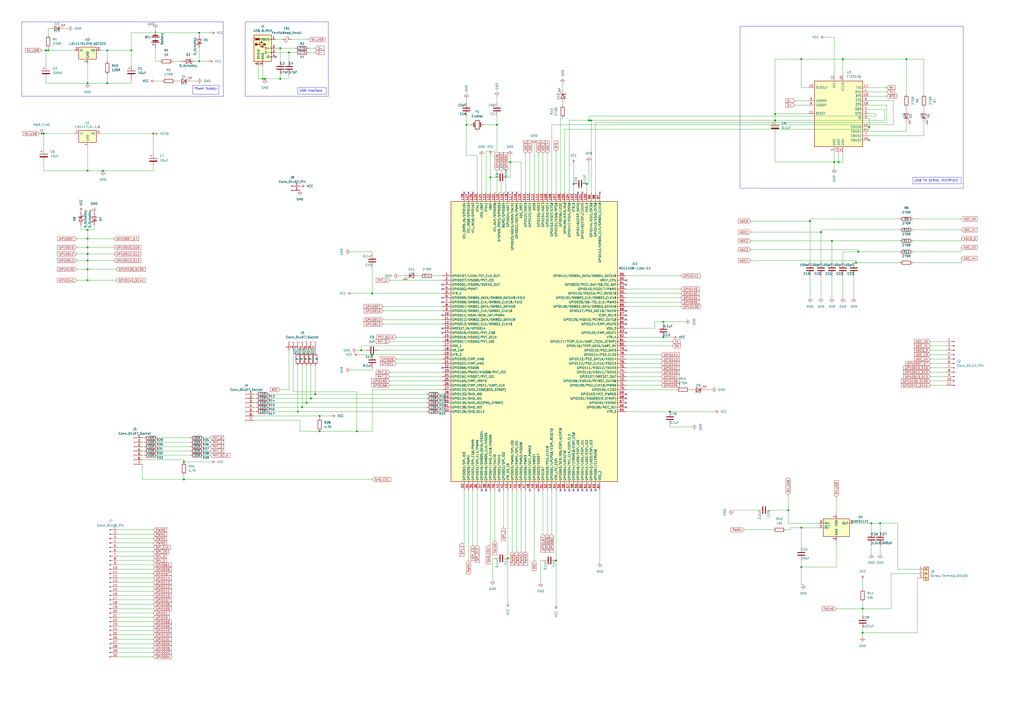
<source format=kicad_sch>
(kicad_sch (version 20230121) (generator eeschema)
  (paper "A2")
  (junction (at 209.55 203.2))
  (junction (at 464.82 328.93))
  (junction (at 457.2 295.91))
  (junction (at 50.8 99.06))
  (junction (at 488.95 34.29))
  (junction (at 469.9 128.27))
  (junction (at 483.87 93.98))
  (junction (at 207.01 250.19))
  (junction (at 185.42 250.19))
  (junction (at 50.8 162.56))
  (junction (at 500.38 367.03))
  (junction (at 27.94 29.21))
  (junction (at 464.82 306.07))
  (junction (at 295.91 93.98))
  (junction (at 294.64 323.85))
  (junction (at 497.84 146.05))
  (junction (at 332.74 106.68))
  (junction (at 106.68 267.97))
  (junction (at 288.29 72.39))
  (junction (at 322.58 325.12))
  (junction (at 50.8 156.21))
  (junction (at 115.57 35.56))
  (junction (at 50.8 143.51))
  (junction (at 486.41 93.98))
  (junction (at 464.82 34.29))
  (junction (at 182.88 228.6))
  (junction (at 185.42 241.3))
  (junction (at 496.57 152.4))
  (junction (at 62.23 29.21))
  (junction (at 341.63 69.85))
  (junction (at 162.56 27.94))
  (junction (at 50.8 48.26))
  (junction (at 106.68 278.13))
  (junction (at 153.67 45.72))
  (junction (at 500.38 353.06))
  (junction (at 162.56 45.72))
  (junction (at 342.9 69.85))
  (junction (at 384.81 195.58))
  (junction (at 88.9 77.47))
  (junction (at 115.57 19.05))
  (junction (at 215.9 170.18))
  (junction (at 50.8 147.32))
  (junction (at 62.23 48.26))
  (junction (at 510.54 303.53))
  (junction (at 505.46 303.53))
  (junction (at 270.51 72.39))
  (junction (at 388.62 238.76))
  (junction (at 476.25 134.62))
  (junction (at 175.26 236.22))
  (junction (at 340.36 106.68))
  (junction (at 167.64 30.48))
  (junction (at 76.2 29.21))
  (junction (at 152.4 45.72))
  (junction (at 504.19 73.66))
  (junction (at 25.4 77.47))
  (junction (at 180.34 231.14))
  (junction (at 177.8 233.68))
  (junction (at 172.72 238.76))
  (junction (at 284.48 102.87))
  (junction (at 449.58 69.85))
  (junction (at 482.6 139.7))
  (junction (at 215.9 205.74))
  (junction (at 50.8 151.13))
  (junction (at 525.78 34.29))
  (junction (at 26.67 29.21))
  (junction (at 449.58 66.04))
  (junction (at 50.8 138.43))
  (junction (at 50.8 133.35))
  (junction (at 59.69 99.06))
  (junction (at 384.81 186.69))
  (junction (at 24.13 77.47))
  (no_connect (at 363.22 203.2))
  (no_connect (at 299.72 111.76))
  (no_connect (at 256.54 213.36))
  (no_connect (at 294.64 111.76))
  (no_connect (at 363.22 187.96))
  (no_connect (at 363.22 193.04))
  (no_connect (at 256.54 172.72))
  (no_connect (at 345.44 284.48))
  (no_connect (at 274.32 111.76))
  (no_connect (at 363.22 228.6))
  (no_connect (at 363.22 165.1))
  (no_connect (at 363.22 180.34))
  (no_connect (at 363.22 185.42))
  (no_connect (at 335.28 284.48))
  (no_connect (at 312.42 284.48))
  (no_connect (at 256.54 167.64))
  (no_connect (at 325.12 284.48))
  (no_connect (at 335.28 111.76))
  (no_connect (at 269.24 111.76))
  (no_connect (at 340.36 284.48))
  (no_connect (at 363.22 231.14))
  (no_connect (at 363.22 182.88))
  (no_connect (at 363.22 236.22))
  (no_connect (at 347.98 111.76))
  (no_connect (at 160.02 33.02))
  (no_connect (at 363.22 162.56))
  (no_connect (at 256.54 182.88))
  (no_connect (at 330.2 284.48))
  (no_connect (at 363.22 233.68))
  (no_connect (at 289.56 284.48))
  (no_connect (at 327.66 284.48))
  (no_connect (at 279.4 284.48))
  (no_connect (at 342.9 284.48))
  (no_connect (at 504.19 81.28))
  (no_connect (at 297.18 111.76))
  (no_connect (at 256.54 175.26))
  (no_connect (at 281.94 284.48))
  (no_connect (at 337.82 284.48))
  (no_connect (at 256.54 165.1))
  (no_connect (at 337.82 111.76))
  (no_connect (at 256.54 193.04))
  (no_connect (at 256.54 190.5))
  (no_connect (at 271.78 111.76))
  (no_connect (at 307.34 284.48))
  (no_connect (at 332.74 284.48))
  (wire (pts (xy 457.2 303.53) (xy 474.98 303.53)))
  (wire (pts (xy 285.75 323.85) (xy 285.75 336.55)))
  (wire (pts (xy 62.23 29.21) (xy 62.23 35.56)))
  (wire (pts (xy 464.82 328.93) (xy 464.82 339.09)))
  (wire (pts (xy 179.07 30.48) (xy 182.88 30.48)))
  (wire (pts (xy 496.57 152.4) (xy 521.97 152.4)))
  (wire (pts (xy 317.5 284.48) (xy 317.5 309.88)))
  (wire (pts (xy 363.22 160.02) (xy 394.97 160.02)))
  (wire (pts (xy 270.51 67.31) (xy 270.51 72.39)))
  (wire (pts (xy 180.34 231.14) (xy 247.65 231.14)))
  (wire (pts (xy 269.24 314.96) (xy 267.97 314.96)))
  (wire (pts (xy 147.32 233.68) (xy 148.59 233.68)))
  (wire (pts (xy 525.78 34.29) (xy 535.94 34.29)))
  (wire (pts (xy 388.62 247.65) (xy 401.32 247.65)))
  (wire (pts (xy 256.54 200.66) (xy 209.55 200.66)))
  (wire (pts (xy 508 66.04) (xy 508 67.31)))
  (wire (pts (xy 476.25 133.35) (xy 521.97 133.35)))
  (wire (pts (xy 82.55 264.16) (xy 83.82 264.16)))
  (wire (pts (xy 68.58 360.68) (xy 88.9 360.68)))
  (wire (pts (xy 525.78 71.12) (xy 525.78 76.2)))
  (wire (pts (xy 68.58 353.06) (xy 88.9 353.06)))
  (wire (pts (xy 185.42 241.3) (xy 191.77 241.3)))
  (wire (pts (xy 50.8 138.43) (xy 66.04 138.43)))
  (wire (pts (xy 314.96 284.48) (xy 314.96 309.88)))
  (wire (pts (xy 50.8 85.09) (xy 50.8 99.06)))
  (wire (pts (xy 281.94 87.63) (xy 288.29 87.63)))
  (wire (pts (xy 363.22 195.58) (xy 384.81 195.58)))
  (wire (pts (xy 226.06 223.52) (xy 256.54 223.52)))
  (wire (pts (xy 50.8 151.13) (xy 50.8 156.21)))
  (wire (pts (xy 68.58 320.04) (xy 88.9 320.04)))
  (wire (pts (xy 384.81 186.69) (xy 397.51 186.69)))
  (wire (pts (xy 50.8 147.32) (xy 50.8 143.51)))
  (wire (pts (xy 539.75 220.98) (xy 548.64 220.98)))
  (wire (pts (xy 363.22 175.26) (xy 394.97 175.26)))
  (wire (pts (xy 82.55 278.13) (xy 106.68 278.13)))
  (wire (pts (xy 293.37 111.76) (xy 293.37 99.06)))
  (wire (pts (xy 476.25 160.02) (xy 476.25 172.72)))
  (wire (pts (xy 167.64 45.72) (xy 167.64 43.18)))
  (wire (pts (xy 363.22 177.8) (xy 394.97 177.8)))
  (wire (pts (xy 271.78 284.48) (xy 271.78 325.12)))
  (wire (pts (xy 504.19 55.88) (xy 514.35 55.88)))
  (wire (pts (xy 50.8 156.21) (xy 67.31 156.21)))
  (wire (pts (xy 118.11 254) (xy 121.92 254)))
  (wire (pts (xy 147.32 231.14) (xy 148.59 231.14)))
  (wire (pts (xy 90.17 35.56) (xy 92.71 35.56)))
  (wire (pts (xy 115.57 35.56) (xy 120.65 35.56)))
  (wire (pts (xy 255.27 233.68) (xy 256.54 233.68)))
  (wire (pts (xy 295.91 93.98) (xy 302.26 93.98)))
  (wire (pts (xy 255.27 228.6) (xy 256.54 228.6)))
  (wire (pts (xy 483.87 93.98) (xy 483.87 97.79)))
  (wire (pts (xy 504.19 50.8) (xy 514.35 50.8)))
  (wire (pts (xy 156.21 238.76) (xy 172.72 238.76)))
  (wire (pts (xy 379.73 190.5) (xy 379.73 186.69)))
  (wire (pts (xy 90.17 46.99) (xy 93.98 46.99)))
  (wire (pts (xy 557.53 152.4) (xy 557.53 149.86)))
  (wire (pts (xy 234.95 160.02) (xy 231.14 160.02)))
  (wire (pts (xy 68.58 368.3) (xy 88.9 368.3)))
  (wire (pts (xy 288.29 67.31) (xy 288.29 72.39)))
  (wire (pts (xy 226.06 220.98) (xy 256.54 220.98)))
  (wire (pts (xy 172.72 203.2) (xy 172.72 204.47)))
  (wire (pts (xy 322.58 87.63) (xy 322.58 111.76)))
  (wire (pts (xy 342.9 69.85) (xy 342.9 111.76)))
  (wire (pts (xy 160.02 30.48) (xy 167.64 30.48)))
  (wire (pts (xy 363.22 200.66) (xy 389.89 200.66)))
  (wire (pts (xy 24.13 77.47) (xy 25.4 77.47)))
  (wire (pts (xy 179.07 27.94) (xy 182.88 27.94)))
  (wire (pts (xy 294.64 323.85) (xy 294.64 349.25)))
  (wire (pts (xy 469.9 128.27) (xy 469.9 152.4)))
  (wire (pts (xy 485.14 313.69) (xy 485.14 328.93)))
  (wire (pts (xy 292.1 111.76) (xy 293.37 111.76)))
  (wire (pts (xy 152.4 38.1) (xy 152.4 45.72)))
  (wire (pts (xy 68.58 337.82) (xy 88.9 337.82)))
  (wire (pts (xy 25.4 99.06) (xy 50.8 99.06)))
  (wire (pts (xy 516.89 353.06) (xy 500.38 353.06)))
  (wire (pts (xy 384.81 187.96) (xy 384.81 186.69)))
  (wire (pts (xy 516.89 332.74) (xy 516.89 353.06)))
  (wire (pts (xy 483.87 88.9) (xy 483.87 93.98)))
  (wire (pts (xy 27.94 20.32) (xy 27.94 16.51)))
  (wire (pts (xy 50.8 156.21) (xy 50.8 162.56)))
  (wire (pts (xy 532.13 332.74) (xy 516.89 332.74)))
  (wire (pts (xy 322.58 284.48) (xy 322.58 325.12)))
  (wire (pts (xy 345.44 111.76) (xy 345.44 71.12)))
  (wire (pts (xy 518.16 58.42) (xy 518.16 72.39)))
  (wire (pts (xy 168.91 22.86) (xy 179.07 22.86)))
  (wire (pts (xy 255.27 236.22) (xy 256.54 236.22)))
  (wire (pts (xy 504.19 78.74) (xy 535.94 78.74)))
  (wire (pts (xy 170.18 203.2) (xy 170.18 227.33)))
  (wire (pts (xy 88.9 99.06) (xy 88.9 96.52)))
  (wire (pts (xy 44.45 147.32) (xy 50.8 147.32)))
  (wire (pts (xy 287.02 323.85) (xy 285.75 323.85)))
  (wire (pts (xy 464.82 50.8) (xy 464.82 34.29)))
  (wire (pts (xy 50.8 143.51) (xy 50.8 138.43)))
  (wire (pts (xy 207.01 250.19) (xy 215.9 250.19)))
  (wire (pts (xy 229.87 195.58) (xy 256.54 195.58)))
  (wire (pts (xy 185.42 241.3) (xy 185.42 242.57)))
  (wire (pts (xy 302.26 284.48) (xy 302.26 320.04)))
  (wire (pts (xy 294.64 284.48) (xy 294.64 323.85)))
  (wire (pts (xy 68.58 347.98) (xy 88.9 347.98)))
  (wire (pts (xy 215.9 170.18) (xy 256.54 170.18)))
  (wire (pts (xy 483.87 93.98) (xy 486.41 93.98)))
  (wire (pts (xy 68.58 314.96) (xy 88.9 314.96)))
  (wire (pts (xy 525.78 34.29) (xy 525.78 54.61)))
  (wire (pts (xy 26.67 45.72) (xy 26.67 48.26)))
  (wire (pts (xy 222.25 185.42) (xy 256.54 185.42)))
  (wire (pts (xy 505.46 316.23) (xy 505.46 321.31)))
  (wire (pts (xy 160.02 22.86) (xy 163.83 22.86)))
  (wire (pts (xy 312.42 88.9) (xy 312.42 111.76)))
  (wire (pts (xy 500.38 367.03) (xy 500.38 369.57)))
  (wire (pts (xy 290.83 111.76) (xy 289.56 111.76)))
  (wire (pts (xy 476.25 133.35) (xy 476.25 134.62)))
  (wire (pts (xy 91.44 261.62) (xy 110.49 261.62)))
  (wire (pts (xy 504.19 76.2) (xy 525.78 76.2)))
  (wire (pts (xy 325.12 111.76) (xy 325.12 68.58)))
  (wire (pts (xy 532.13 367.03) (xy 500.38 367.03)))
  (wire (pts (xy 115.57 20.32) (xy 115.57 19.05)))
  (wire (pts (xy 341.63 106.68) (xy 341.63 93.98)))
  (wire (pts (xy 68.58 327.66) (xy 88.9 327.66)))
  (wire (pts (xy 500.38 353.06) (xy 500.38 356.87)))
  (wire (pts (xy 229.87 210.82) (xy 256.54 210.82)))
  (wire (pts (xy 68.58 322.58) (xy 88.9 322.58)))
  (wire (pts (xy 182.88 203.2) (xy 182.88 204.47)))
  (wire (pts (xy 363.22 198.12) (xy 389.89 198.12)))
  (wire (pts (xy 288.29 72.39) (xy 288.29 87.63)))
  (wire (pts (xy 284.48 102.87) (xy 284.48 111.76)))
  (wire (pts (xy 497.84 144.78) (xy 497.84 146.05)))
  (wire (pts (xy 180.34 203.2) (xy 180.34 204.47)))
  (wire (pts (xy 304.8 88.9) (xy 304.8 111.76)))
  (wire (pts (xy 539.75 223.52) (xy 548.64 223.52)))
  (wire (pts (xy 525.78 62.23) (xy 525.78 63.5)))
  (wire (pts (xy 330.2 69.85) (xy 330.2 111.76)))
  (wire (pts (xy 539.75 203.2) (xy 548.64 203.2)))
  (wire (pts (xy 363.22 205.74) (xy 383.54 205.74)))
  (wire (pts (xy 44.45 138.43) (xy 50.8 138.43)))
  (wire (pts (xy 284.48 90.17) (xy 284.48 102.87)))
  (wire (pts (xy 209.55 203.2) (xy 212.09 203.2)))
  (wire (pts (xy 156.21 228.6) (xy 182.88 228.6)))
  (wire (pts (xy 532.13 335.28) (xy 532.13 367.03)))
  (wire (pts (xy 281.94 111.76) (xy 281.94 87.63)))
  (wire (pts (xy 68.58 342.9) (xy 88.9 342.9)))
  (wire (pts (xy 50.8 147.32) (xy 66.04 147.32)))
  (wire (pts (xy 464.82 325.12) (xy 464.82 328.93)))
  (wire (pts (xy 50.8 48.26) (xy 62.23 48.26)))
  (wire (pts (xy 22.86 77.47) (xy 24.13 77.47)))
  (wire (pts (xy 147.32 243.84) (xy 173.99 243.84)))
  (wire (pts (xy 156.21 231.14) (xy 180.34 231.14)))
  (wire (pts (xy 307.34 88.9) (xy 307.34 111.76)))
  (wire (pts (xy 50.8 143.51) (xy 66.04 143.51)))
  (wire (pts (xy 215.9 213.36) (xy 215.9 214.63)))
  (wire (pts (xy 44.45 151.13) (xy 50.8 151.13)))
  (wire (pts (xy 76.2 29.21) (xy 76.2 38.1)))
  (wire (pts (xy 510.54 316.23) (xy 510.54 321.31)))
  (wire (pts (xy 222.25 187.96) (xy 256.54 187.96)))
  (wire (pts (xy 363.22 238.76) (xy 388.62 238.76)))
  (wire (pts (xy 26.67 29.21) (xy 27.94 29.21)))
  (wire (pts (xy 488.95 34.29) (xy 525.78 34.29)))
  (wire (pts (xy 332.74 95.25) (xy 332.74 106.68)))
  (wire (pts (xy 468.63 50.8) (xy 464.82 50.8)))
  (wire (pts (xy 175.26 236.22) (xy 247.65 236.22)))
  (wire (pts (xy 274.32 284.48) (xy 274.32 316.23)))
  (wire (pts (xy 363.22 190.5) (xy 379.73 190.5)))
  (wire (pts (xy 68.58 312.42) (xy 88.9 312.42)))
  (wire (pts (xy 284.48 102.87) (xy 287.02 102.87)))
  (wire (pts (xy 182.88 228.6) (xy 247.65 228.6)))
  (wire (pts (xy 91.44 256.54) (xy 110.49 256.54)))
  (wire (pts (xy 363.22 218.44) (xy 383.54 218.44)))
  (wire (pts (xy 449.58 66.04) (xy 449.58 34.29)))
  (wire (pts (xy 504.19 73.66) (xy 504.19 74.93)))
  (wire (pts (xy 326.39 52.07) (xy 326.39 48.26)))
  (wire (pts (xy 50.8 133.35) (xy 50.8 138.43)))
  (wire (pts (xy 88.9 77.47) (xy 88.9 88.9)))
  (wire (pts (xy 557.53 139.7) (xy 557.53 138.43)))
  (wire (pts (xy 485.14 288.29) (xy 485.14 298.45)))
  (wire (pts (xy 50.8 99.06) (xy 59.69 99.06)))
  (wire (pts (xy 539.75 215.9) (xy 548.64 215.9)))
  (wire (pts (xy 156.21 233.68) (xy 177.8 233.68)))
  (wire (pts (xy 500.38 349.25) (xy 500.38 353.06)))
  (wire (pts (xy 363.22 223.52) (xy 383.54 223.52)))
  (wire (pts (xy 529.59 146.05) (xy 557.53 146.05)))
  (wire (pts (xy 458.47 306.07) (xy 464.82 306.07)))
  (wire (pts (xy 50.8 162.56) (xy 67.31 162.56)))
  (wire (pts (xy 292.1 284.48) (xy 292.1 306.07)))
  (wire (pts (xy 325.12 68.58) (xy 326.39 68.58)))
  (wire (pts (xy 483.87 21.59) (xy 478.79 21.59)))
  (wire (pts (xy 106.68 278.13) (xy 215.9 278.13)))
  (wire (pts (xy 68.58 335.28) (xy 88.9 335.28)))
  (wire (pts (xy 469.9 127) (xy 521.97 127)))
  (wire (pts (xy 295.91 102.87) (xy 295.91 93.98)))
  (wire (pts (xy 26.67 48.26) (xy 50.8 48.26)))
  (wire (pts (xy 215.9 205.74) (xy 256.54 205.74)))
  (wire (pts (xy 384.81 195.58) (xy 389.89 195.58)))
  (wire (pts (xy 461.01 58.42) (xy 468.63 58.42)))
  (wire (pts (xy 504.19 74.93) (xy 327.66 74.93)))
  (wire (pts (xy 461.01 60.96) (xy 468.63 60.96)))
  (wire (pts (xy 485.14 353.06) (xy 500.38 353.06)))
  (wire (pts (xy 106.68 266.7) (xy 106.68 267.97)))
  (wire (pts (xy 26.67 29.21) (xy 26.67 38.1)))
  (wire (pts (xy 482.6 152.4) (xy 482.6 139.7)))
  (wire (pts (xy 68.58 378.46) (xy 88.9 378.46)))
  (wire (pts (xy 510.54 308.61) (xy 510.54 303.53)))
  (wire (pts (xy 297.18 284.48) (xy 297.18 320.04)))
  (wire (pts (xy 326.39 60.96) (xy 326.39 59.69)))
  (wire (pts (xy 177.8 233.68) (xy 247.65 233.68)))
  (wire (pts (xy 529.59 133.35) (xy 557.53 133.35)))
  (wire (pts (xy 44.45 143.51) (xy 50.8 143.51)))
  (wire (pts (xy 255.27 231.14) (xy 256.54 231.14)))
  (wire (pts (xy 435.61 139.7) (xy 482.6 139.7)))
  (wire (pts (xy 82.55 261.62) (xy 83.82 261.62)))
  (wire (pts (xy 510.54 303.53) (xy 505.46 303.53)))
  (wire (pts (xy 68.58 358.14) (xy 88.9 358.14)))
  (wire (pts (xy 488.95 146.05) (xy 497.84 146.05)))
  (wire (pts (xy 504.19 63.5) (xy 513.08 63.5)))
  (wire (pts (xy 435.61 144.78) (xy 497.84 144.78)))
  (wire (pts (xy 68.58 373.38) (xy 88.9 373.38)))
  (wire (pts (xy 208.28 205.74) (xy 215.9 205.74)))
  (wire (pts (xy 226.06 198.12) (xy 256.54 198.12)))
  (wire (pts (xy 270.51 72.39) (xy 270.51 90.17)))
  (wire (pts (xy 25.4 93.98) (xy 25.4 99.06)))
  (wire (pts (xy 504.19 68.58) (xy 504.19 73.66)))
  (wire (pts (xy 68.58 330.2) (xy 88.9 330.2)))
  (wire (pts (xy 175.26 212.09) (xy 175.26 236.22)))
  (wire (pts (xy 539.75 200.66) (xy 548.64 200.66)))
  (wire (pts (xy 44.45 156.21) (xy 50.8 156.21)))
  (wire (pts (xy 44.45 162.56) (xy 50.8 162.56)))
  (wire (pts (xy 160.02 27.94) (xy 162.56 27.94)))
  (wire (pts (xy 295.91 93.98) (xy 295.91 90.17)))
  (wire (pts (xy 529.59 152.4) (xy 557.53 152.4)))
  (wire (pts (xy 68.58 365.76) (xy 88.9 365.76)))
  (wire (pts (xy 320.04 284.48) (xy 320.04 309.88)))
  (wire (pts (xy 50.8 151.13) (xy 50.8 147.32)))
  (wire (pts (xy 449.58 34.29) (xy 464.82 34.29)))
  (wire (pts (xy 431.8 307.34) (xy 448.31 307.34)))
  (wire (pts (xy 68.58 307.34) (xy 88.9 307.34)))
  (wire (pts (xy 215.9 147.32) (xy 215.9 146.05)))
  (wire (pts (xy 115.57 35.56) (xy 115.57 27.94)))
  (wire (pts (xy 215.9 214.63) (xy 203.2 214.63)))
  (wire (pts (xy 106.68 267.97) (xy 121.92 267.97)))
  (wire (pts (xy 82.55 254) (xy 83.82 254)))
  (polyline (pts (xy 12.7 12.7) (xy 129.54 12.7)))
  (wire (pts (xy 147.32 228.6) (xy 148.59 228.6)))
  (wire (pts (xy 388.62 246.38) (xy 388.62 247.65)))
  (wire (pts (xy 309.88 284.48) (xy 309.88 325.12)))
  (wire (pts (xy 68.58 381) (xy 88.9 381)))
  (wire (pts (xy 287.02 284.48) (xy 287.02 313.69)))
  (wire (pts (xy 529.59 139.7) (xy 557.53 139.7)))
  (wire (pts (xy 535.94 34.29) (xy 535.94 54.61)))
  (wire (pts (xy 488.95 152.4) (xy 488.95 146.05)))
  (polyline (pts (xy 142.24 12.7) (xy 190.5 12.7)))
  (wire (pts (xy 469.9 160.02) (xy 469.9 172.72)))
  (wire (pts (xy 82.55 256.54) (xy 83.82 256.54)))
  (wire (pts (xy 341.63 69.85) (xy 342.9 69.85)))
  (wire (pts (xy 486.41 88.9) (xy 486.41 93.98)))
  (wire (pts (xy 269.24 284.48) (xy 269.24 314.96)))
  (wire (pts (xy 167.64 30.48) (xy 167.64 35.56)))
  (wire (pts (xy 147.32 236.22) (xy 148.59 236.22)))
  (wire (pts (xy 504.19 58.42) (xy 518.16 58.42)))
  (wire (pts (xy 50.8 36.83) (xy 50.8 48.26)))
  (wire (pts (xy 177.8 212.09) (xy 177.8 233.68)))
  (wire (pts (xy 447.04 295.91) (xy 457.2 295.91)))
  (wire (pts (xy 152.4 45.72) (xy 153.67 45.72)))
  (wire (pts (xy 347.98 284.48) (xy 347.98 326.39)))
  (wire (pts (xy 204.47 170.18) (xy 215.9 170.18)))
  (wire (pts (xy 153.67 45.72) (xy 162.56 45.72)))
  (wire (pts (xy 288.29 111.76) (xy 287.02 111.76)))
  (polyline (pts (xy 190.5 55.88) (xy 142.24 55.88)))
  (wire (pts (xy 476.25 134.62) (xy 476.25 152.4)))
  (wire (pts (xy 276.86 111.76) (xy 276.86 90.17)))
  (wire (pts (xy 539.75 198.12) (xy 548.64 198.12)))
  (wire (pts (xy 167.64 226.06) (xy 167.64 203.2)))
  (wire (pts (xy 488.95 34.29) (xy 488.95 43.18)))
  (wire (pts (xy 251.46 160.02) (xy 256.54 160.02)))
  (wire (pts (xy 500.38 364.49) (xy 500.38 367.03)))
  (wire (pts (xy 68.58 370.84) (xy 88.9 370.84)))
  (wire (pts (xy 513.08 69.85) (xy 449.58 69.85)))
  (wire (pts (xy 320.04 72.39) (xy 518.16 72.39)))
  (wire (pts (xy 340.36 106.68) (xy 341.63 106.68)))
  (wire (pts (xy 520.7 330.2) (xy 520.7 303.53)))
  (wire (pts (xy 147.32 238.76) (xy 148.59 238.76)))
  (wire (pts (xy 82.55 266.7) (xy 106.68 266.7)))
  (wire (pts (xy 495.3 303.53) (xy 505.46 303.53)))
  (wire (pts (xy 435.61 151.13) (xy 496.57 151.13)))
  (wire (pts (xy 495.3 152.4) (xy 496.57 152.4)))
  (wire (pts (xy 539.75 208.28) (xy 548.64 208.28)))
  (wire (pts (xy 313.69 325.12) (xy 313.69 337.82)))
  (wire (pts (xy 469.9 127) (xy 469.9 128.27)))
  (wire (pts (xy 215.9 146.05) (xy 203.2 146.05)))
  (wire (pts (xy 82.55 269.24) (xy 82.55 278.13)))
  (wire (pts (xy 226.06 218.44) (xy 256.54 218.44)))
  (wire (pts (xy 486.41 93.98) (xy 488.95 93.98)))
  (wire (pts (xy 464.82 339.09) (xy 466.09 339.09)))
  (wire (pts (xy 284.48 316.23) (xy 283.21 316.23)))
  (wire (pts (xy 54.61 130.81) (xy 54.61 133.35)))
  (polyline (pts (xy 129.54 12.7) (xy 129.54 55.88)))
  (wire (pts (xy 172.72 238.76) (xy 247.65 238.76)))
  (wire (pts (xy 58.42 77.47) (xy 88.9 77.47)))
  (wire (pts (xy 504.19 53.34) (xy 514.35 53.34)))
  (wire (pts (xy 162.56 226.06) (xy 167.64 226.06)))
  (wire (pts (xy 508 67.31) (xy 341.63 67.31)))
  (wire (pts (xy 457.2 287.02) (xy 457.2 295.91)))
  (wire (pts (xy 24.13 29.21) (xy 26.67 29.21)))
  (wire (pts (xy 172.72 212.09) (xy 172.72 238.76)))
  (wire (pts (xy 363.22 208.28) (xy 383.54 208.28)))
  (wire (pts (xy 288.29 99.06) (xy 288.29 111.76)))
  (wire (pts (xy 363.22 210.82) (xy 383.54 210.82)))
  (wire (pts (xy 304.8 284.48) (xy 304.8 320.04)))
  (wire (pts (xy 222.25 180.34) (xy 256.54 180.34)))
  (wire (pts (xy 270.51 57.15) (xy 270.51 59.69)))
  (wire (pts (xy 68.58 375.92) (xy 88.9 375.92)))
  (wire (pts (xy 497.84 146.05) (xy 521.97 146.05)))
  (wire (pts (xy 68.58 345.44) (xy 88.9 345.44)))
  (wire (pts (xy 27.94 16.51) (xy 29.21 16.51)))
  (wire (pts (xy 68.58 332.74) (xy 88.9 332.74)))
  (wire (pts (xy 222.25 177.8) (xy 256.54 177.8)))
  (wire (pts (xy 110.49 46.99) (xy 114.3 46.99)))
  (wire (pts (xy 50.8 133.35) (xy 46.99 133.35)))
  (wire (pts (xy 115.57 19.05) (xy 76.2 19.05)))
  (wire (pts (xy 121.92 19.05) (xy 115.57 19.05)))
  (wire (pts (xy 488.95 160.02) (xy 488.95 172.72)))
  (wire (pts (xy 91.44 264.16) (xy 110.49 264.16)))
  (wire (pts (xy 496.57 151.13) (xy 496.57 152.4)))
  (wire (pts (xy 118.11 261.62) (xy 121.92 261.62)))
  (wire (pts (xy 118.11 259.08) (xy 121.92 259.08)))
  (wire (pts (xy 106.68 278.13) (xy 106.68 275.59)))
  (polyline (pts (xy 129.54 55.88) (xy 12.7 55.88)))
  (wire (pts (xy 162.56 43.18) (xy 162.56 45.72)))
  (wire (pts (xy 25.4 77.47) (xy 25.4 86.36)))
  (wire (pts (xy 363.22 167.64) (xy 394.97 167.64)))
  (wire (pts (xy 177.8 203.2) (xy 177.8 204.47)))
  (wire (pts (xy 294.64 102.87) (xy 295.91 102.87)))
  (wire (pts (xy 226.06 162.56) (xy 256.54 162.56)))
  (wire (pts (xy 435.61 134.62) (xy 476.25 134.62)))
  (wire (pts (xy 162.56 27.94) (xy 162.56 35.56)))
  (wire (pts (xy 46.99 133.35) (xy 46.99 130.81)))
  (wire (pts (xy 62.23 29.21) (xy 76.2 29.21)))
  (wire (pts (xy 156.21 236.22) (xy 175.26 236.22)))
  (wire (pts (xy 535.94 62.23) (xy 535.94 63.5)))
  (wire (pts (xy 363.22 170.18) (xy 394.97 170.18)))
  (wire (pts (xy 91.44 254) (xy 110.49 254)))
  (wire (pts (xy 27.94 27.94) (xy 27.94 29.21)))
  (wire (pts (xy 90.17 16.51) (xy 90.17 17.78)))
  (wire (pts (xy 320.04 72.39) (xy 320.04 111.76)))
  (wire (pts (xy 505.46 303.53) (xy 505.46 308.61)))
  (wire (pts (xy 482.6 139.7) (xy 521.97 139.7)))
  (wire (pts (xy 449.58 69.85) (xy 449.58 66.04)))
  (wire (pts (xy 514.35 60.96) (xy 504.19 60.96)))
  (wire (pts (xy 290.83 99.06) (xy 290.83 111.76)))
  (wire (pts (xy 68.58 363.22) (xy 88.9 363.22)))
  (wire (pts (xy 425.45 295.91) (xy 425.45 297.18)))
  (wire (pts (xy 363.22 220.98) (xy 383.54 220.98)))
  (wire (pts (xy 322.58 325.12) (xy 322.58 350.52)))
  (wire (pts (xy 449.58 66.04) (xy 468.63 66.04)))
  (wire (pts (xy 539.75 218.44) (xy 548.64 218.44)))
  (wire (pts (xy 457.2 295.91) (xy 457.2 303.53)))
  (wire (pts (xy 175.26 203.2) (xy 175.26 204.47)))
  (wire (pts (xy 185.42 250.19) (xy 207.01 250.19)))
  (wire (pts (xy 68.58 325.12) (xy 88.9 325.12)))
  (polyline (pts (xy 142.24 12.7) (xy 142.24 55.88)))
  (wire (pts (xy 464.82 34.29) (xy 488.95 34.29)))
  (wire (pts (xy 180.34 212.09) (xy 180.34 231.14)))
  (wire (pts (xy 513.08 63.5) (xy 513.08 69.85)))
  (wire (pts (xy 557.53 146.05) (xy 557.53 143.51)))
  (wire (pts (xy 279.4 90.17) (xy 279.4 111.76)))
  (wire (pts (xy 68.58 340.36) (xy 88.9 340.36)))
  (wire (pts (xy 149.86 38.1) (xy 149.86 45.72)))
  (wire (pts (xy 76.2 19.05) (xy 76.2 29.21)))
  (wire (pts (xy 379.73 186.69) (xy 384.81 186.69)))
  (wire (pts (xy 288.29 59.69) (xy 288.29 55.88)))
  (wire (pts (xy 363.22 226.06) (xy 392.43 226.06)))
  (wire (pts (xy 439.42 295.91) (xy 425.45 295.91)))
  (wire (pts (xy 488.95 88.9) (xy 488.95 93.98)))
  (wire (pts (xy 162.56 45.72) (xy 167.64 45.72)))
  (wire (pts (xy 91.44 259.08) (xy 110.49 259.08)))
  (wire (pts (xy 68.58 317.5) (xy 88.9 317.5)))
  (polyline (pts (xy 12.7 12.7) (xy 12.7 55.88)))
  (wire (pts (xy 58.42 29.21) (xy 62.23 29.21)))
  (wire (pts (xy 464.82 306.07) (xy 474.98 306.07)))
  (wire (pts (xy 341.63 67.31) (xy 341.63 69.85)))
  (wire (pts (xy 504.19 66.04) (xy 508 66.04)))
  (wire (pts (xy 340.36 111.76) (xy 340.36 106.68)))
  (wire (pts (xy 118.11 264.16) (xy 121.92 264.16)))
  (wire (pts (xy 167.64 30.48) (xy 171.45 30.48)))
  (wire (pts (xy 207.01 227.33) (xy 207.01 250.19)))
  (wire (pts (xy 449.58 77.47) (xy 449.58 93.98)))
  (wire (pts (xy 256.54 226.06) (xy 215.9 226.06)))
  (wire (pts (xy 54.61 133.35) (xy 50.8 133.35)))
  (wire (pts (xy 363.22 172.72) (xy 394.97 172.72)))
  (wire (pts (xy 68.58 355.6) (xy 88.9 355.6)))
  (wire (pts (xy 243.84 160.02) (xy 242.57 160.02)))
  (wire (pts (xy 284.48 284.48) (xy 284.48 316.23)))
  (wire (pts (xy 302.26 93.98) (xy 302.26 111.76)))
  (wire (pts (xy 100.33 35.56) (xy 105.41 35.56)))
  (wire (pts (xy 495.3 160.02) (xy 495.3 172.72)))
  (wire (pts (xy 90.17 27.94) (xy 90.17 35.56)))
  (wire (pts (xy 327.66 74.93) (xy 327.66 111.76)))
  (wire (pts (xy 215.9 154.94) (xy 215.9 170.18)))
  (wire (pts (xy 276.86 90.17) (xy 270.51 90.17)))
  (wire (pts (xy 408.94 226.06) (xy 412.75 226.06)))
  (wire (pts (xy 147.32 241.3) (xy 185.42 241.3)))
  (wire (pts (xy 276.86 284.48) (xy 276.86 316.23)))
  (wire (pts (xy 482.6 160.02) (xy 482.6 172.72)))
  (wire (pts (xy 113.03 35.56) (xy 115.57 35.56)))
  (wire (pts (xy 529.59 127) (xy 557.53 127)))
  (wire (pts (xy 309.88 83.82) (xy 309.88 111.76)))
  (wire (pts (xy 449.58 93.98) (xy 483.87 93.98)))
  (wire (pts (xy 170.18 227.33) (xy 207.01 227.33)))
  (wire (pts (xy 229.87 208.28) (xy 256.54 208.28)))
  (wire (pts (xy 280.67 72.39) (xy 288.29 72.39)))
  (wire (pts (xy 449.58 69.85) (xy 342.9 69.85)))
  (wire (pts (xy 299.72 284.48) (xy 299.72 320.04)))
  (wire (pts (xy 539.75 210.82) (xy 548.64 210.82)))
  (wire (pts (xy 149.86 45.72) (xy 152.4 45.72)))
  (wire (pts (xy 215.9 226.06) (xy 215.9 250.19)))
  (wire (pts (xy 535.94 71.12) (xy 535.94 78.74)))
  (wire (pts (xy 332.74 106.68) (xy 332.74 111.76)))
  (wire (pts (xy 539.75 205.74) (xy 548.64 205.74)))
  (wire (pts (xy 59.69 99.06) (xy 88.9 99.06)))
  (wire (pts (xy 62.23 43.18) (xy 62.23 48.26)))
  (wire (pts (xy 400.05 226.06) (xy 401.32 226.06)))
  (wire (pts (xy 118.11 256.54) (xy 121.92 256.54)))
  (wire (pts (xy 317.5 88.9) (xy 317.5 111.76)))
  (wire (pts (xy 173.99 243.84) (xy 173.99 250.19)))
  (wire (pts (xy 532.13 330.2) (xy 520.7 330.2)))
  (wire (pts (xy 62.23 48.26) (xy 76.2 48.26)))
  (wire (pts (xy 464.82 317.5) (xy 464.82 306.07)))
  (wire (pts (xy 341.63 69.85) (xy 330.2 69.85)))
  (polyline (pts (xy 190.5 12.7) (xy 190.5 55.88)))
  (wire (pts (xy 500.38 336.55) (xy 500.38 341.63)))
  (wire (pts (xy 314.96 88.9) (xy 314.96 111.76)))
  (wire (pts (xy 27.94 29.21) (xy 43.18 29.21)))
  (wire (pts (xy 182.88 212.09) (xy 182.88 228.6)))
  (wire (pts (xy 363.22 215.9) (xy 383.54 215.9)))
  (wire (pts (xy 363.22 213.36) (xy 383.54 213.36)))
  (wire (pts (xy 226.06 215.9) (xy 256.54 215.9)))
  (wire (pts (xy 219.71 203.2) (xy 256.54 203.2)))
  (wire (pts (xy 68.58 350.52) (xy 88.9 350.52)))
  (wire (pts (xy 101.6 46.99) (xy 102.87 46.99)))
  (wire (pts (xy 345.44 71.12) (xy 514.35 71.12)))
  (wire (pts (xy 483.87 21.59) (xy 483.87 43.18)))
  (wire (pts (xy 458.47 306.07) (xy 458.47 307.34)))
  (wire (pts (xy 255.27 238.76) (xy 256.54 238.76)))
  (wire (pts (xy 76.2 45.72) (xy 76.2 48.26)))
  (wire (pts (xy 455.93 307.34) (xy 458.47 307.34)))
  (wire (pts (xy 36.83 16.51) (xy 39.37 16.51)))
  (wire (pts (xy 485.14 328.93) (xy 464.82 328.93)))
  (wire (pts (xy 68.58 309.88) (xy 88.9 309.88)))
  (wire (pts (xy 520.7 303.53) (xy 510.54 303.53)))
  (wire (pts (xy 514.35 71.12) (xy 514.35 60.96)))
  (wire (pts (xy 173.99 250.19) (xy 185.42 250.19)))
  (wire (pts (xy 209.55 200.66) (xy 209.55 203.2)))
  (wire (pts (xy 82.55 259.08) (xy 83.82 259.08)))
  (wire (pts (xy 162.56 27.94) (xy 171.45 27.94)))
  (wire (pts (xy 435.61 128.27) (xy 469.9 128.27)))
  (wire (pts (xy 388.62 238.76) (xy 414.02 238.76)))
  (wire (pts (xy 207.01 203.2) (xy 209.55 203.2)))
  (wire (pts (xy 50.8 151.13) (xy 66.04 151.13)))
  (wire (pts (xy 25.4 77.47) (xy 43.18 77.47)))
  (wire (pts (xy 314.96 325.12) (xy 313.69 325.12)))
  (wire (pts (xy 273.05 72.39) (xy 270.51 72.39)))
  (wire (pts (xy 539.75 213.36) (xy 548.64 213.36)))
  (rectangle (start 429.26 15.24) (end 558.8 109.22))
  (text_box "USB Interface" (at 172.72 50.8 0) (size 16.51 3.81) (effects (font (size 1.27 1.27)) (justify left top)))
  (text_box "USB TO SERIAL INTERFACE" (at 529.59 102.87 0) (size 27.94 3.81) (effects (font (size 1.27 1.27)) (justify left top)))
  (text_box "Power Supply" (at 111.76 49.53 0) (size 15.24 5.08) (effects (font (size 1.27 1.27)) (justify left top)))
  (global_label "GPIO167" (shape input) (at 88.9 332.74 0) (property "Intersheetrefs" "${INTERSHEET_REFS}" (effects hide)))
  (global_label "PWM0" (shape input) (at 88.9 307.34 0) (property "Intersheetrefs" "${INTERSHEET_REFS}" (effects hide)))
  (global_label "GP1O012" (shape input) (at 44.45 147.32 180) (property "Intersheetrefs" "${INTERSHEET_REFS}" (effects hide)))
  (global_label "GPIO140" (shape input) (at 394.97 167.64 0) (property "Intersheetrefs" "${INTERSHEET_REFS}" (effects hide)))
  (global_label "GPIO035" (shape input) (at 394.97 175.26 0) (property "Intersheetrefs" "${INTERSHEET_REFS}" (effects hide)))
  (global_label "GP1O013_S13" (shape input) (at 66.04 151.13 0) (property "Intersheetrefs" "${INTERSHEET_REFS}" (effects hide)))
  (global_label "GPIO036" (shape input) (at 88.9 375.92 0) (property "Intersheetrefs" "${INTERSHEET_REFS}" (effects hide)))
  (global_label "ADC3" (shape input) (at 435.61 144.78 180) (property "Intersheetrefs" "${INTERSHEET_REFS}" (effects hide)))
  (global_label "GPIO167" (shape input) (at 314.96 309.88 270) (property "Intersheetrefs" "${INTERSHEET_REFS}" (effects hide)))
  (global_label "GPIO21" (shape input) (at 88.9 355.6 0) (property "Intersheetrefs" "${INTERSHEET_REFS}" (effects hide)))
  (global_label "GP1O012" (shape input) (at 222.25 185.42 180) (property "Intersheetrefs" "${INTERSHEET_REFS}" (effects hide)))
  (global_label "ADC0" (shape input) (at 304.8 88.9 90) (property "Intersheetrefs" "${INTERSHEET_REFS}" (effects hide)))
  (global_label "ADC1" (shape input) (at 435.61 134.62 180) (property "Intersheetrefs" "${INTERSHEET_REFS}" (effects hide)))
  (global_label "GPIO131" (shape input) (at 88.9 370.84 0) (property "Intersheetrefs" "${INTERSHEET_REFS}" (effects hide)))
  (global_label "ADC_V3" (shape input) (at 557.53 143.51 0) (property "Intersheetrefs" "${INTERSHEET_REFS}" (effects hide)))
  (global_label "PVT_0" (shape input) (at 226.06 198.12 180) (property "Intersheetrefs" "${INTERSHEET_REFS}" (effects hide)))
  (global_label "SPI_CS" (shape input) (at 274.32 316.23 270) (property "Intersheetrefs" "${INTERSHEET_REFS}" (effects hide)))
  (global_label "GPIO004" (shape input) (at 88.9 381 0) (property "Intersheetrefs" "${INTERSHEET_REFS}" (effects hide)))
  (global_label "ADC_V1" (shape input) (at 557.53 133.35 0) (property "Intersheetrefs" "${INTERSHEET_REFS}" (effects hide)))
  (global_label "RTS" (shape input) (at 514.35 55.88 0) (property "Intersheetrefs" "${INTERSHEET_REFS}" (effects hide)))
  (global_label "GPIO165" (shape input) (at 226.06 220.98 180) (property "Intersheetrefs" "${INTERSHEET_REFS}" (effects hide)))
  (global_label "GP1O130" (shape input) (at 44.45 156.21 180) (property "Intersheetrefs" "${INTERSHEET_REFS}" (effects hide)))
  (global_label "GP1O010" (shape input) (at 44.45 143.51 180) (property "Intersheetrefs" "${INTERSHEET_REFS}" (effects hide)))
  (global_label "GPIO105" (shape input) (at 383.54 223.52 0) (property "Intersheetrefs" "${INTERSHEET_REFS}" (effects hide)))
  (global_label "GPIO110" (shape input) (at 88.9 345.44 0) (property "Intersheetrefs" "${INTERSHEET_REFS}" (effects hide)))
  (global_label "GPIO107" (shape input) (at 88.9 347.98 0) (property "Intersheetrefs" "${INTERSHEET_REFS}" (effects hide)))
  (global_label "GPIO111" (shape input) (at 383.54 213.36 0) (property "Intersheetrefs" "${INTERSHEET_REFS}" (effects hide)))
  (global_label "GPIO166" (shape input) (at 226.06 223.52 180) (property "Intersheetrefs" "${INTERSHEET_REFS}" (effects hide)))
  (global_label "GPIO105" (shape input) (at 88.9 353.06 0) (property "Intersheetrefs" "${INTERSHEET_REFS}" (effects hide)))
  (global_label "RX" (shape input) (at 514.35 50.8 0) (property "Intersheetrefs" "${INTERSHEET_REFS}" (effects hide)))
  (global_label "GP1O130_S130" (shape input) (at 67.31 156.21 0) (property "Intersheetrefs" "${INTERSHEET_REFS}" (effects hide)))
  (global_label "PVT_3" (shape input) (at 226.06 215.9 180) (property "Intersheetrefs" "${INTERSHEET_REFS}" (effects hide)))
  (global_label "RTS" (shape input) (at 322.58 87.63 90) (property "Intersheetrefs" "${INTERSHEET_REFS}" (effects hide)))
  (global_label "D+" (shape input) (at 182.88 27.94 0) (property "Intersheetrefs" "${INTERSHEET_REFS}" (effects hide)))
  (global_label "RX" (shape input) (at 389.89 200.66 0) (property "Intersheetrefs" "${INTERSHEET_REFS}" (effects hide)))
  (global_label "SPI_2" (shape input) (at 88.9 325.12 0) (property "Intersheetrefs" "${INTERSHEET_REFS}" (effects hide)))
  (global_label "ADC_V3" (shape input) (at 539.75 205.74 180) (property "Intersheetrefs" "${INTERSHEET_REFS}" (effects hide)))
  (global_label "ADC2" (shape input) (at 435.61 139.7 180) (property "Intersheetrefs" "${INTERSHEET_REFS}" (effects hide)))
  (global_label "PVT_2" (shape input) (at 121.92 259.08 0) (property "Intersheetrefs" "${INTERSHEET_REFS}" (effects hide)))
  (global_label "GPIO20" (shape input) (at 88.9 358.14 0) (property "Intersheetrefs" "${INTERSHEET_REFS}" (effects hide)))
  (global_label "D+" (shape input) (at 461.01 60.96 180) (property "Intersheetrefs" "${INTERSHEET_REFS}" (effects hide)))
  (global_label "GPIO132" (shape input) (at 88.9 368.3 0) (property "Intersheetrefs" "${INTERSHEET_REFS}" (effects hide)))
  (global_label "PVT_1" (shape input) (at 121.92 256.54 0) (property "Intersheetrefs" "${INTERSHEET_REFS}" (effects hide)))
  (global_label "SHD_CS1" (shape input) (at 215.9 278.13 0) (property "Intersheetrefs" "${INTERSHEET_REFS}" (effects hide)))
  (global_label "ADC_V0" (shape input) (at 557.53 127 0) (property "Intersheetrefs" "${INTERSHEET_REFS}" (effects hide)))
  (global_label "GPIO112" (shape input) (at 383.54 210.82 0) (property "Intersheetrefs" "${INTERSHEET_REFS}" (effects hide)))
  (global_label "GP1O010_S10" (shape input) (at 539.75 213.36 180) (property "Intersheetrefs" "${INTERSHEET_REFS}" (effects hide)))
  (global_label "GPIO061" (shape input) (at 88.9 327.66 0) (property "Intersheetrefs" "${INTERSHEET_REFS}" (effects hide)))
  (global_label "PVT_SCLK" (shape input) (at 121.92 264.16 0) (property "Intersheetrefs" "${INTERSHEET_REFS}" (effects hide)))
  (global_label "GPIO114" (shape input) (at 383.54 205.74 0) (property "Intersheetrefs" "${INTERSHEET_REFS}" (effects hide)))
  (global_label "ADC_V0" (shape input) (at 539.75 198.12 180) (property "Intersheetrefs" "${INTERSHEET_REFS}" (effects hide)))
  (global_label "GPIO061" (shape input) (at 320.04 309.88 270) (property "Intersheetrefs" "${INTERSHEET_REFS}" (effects hide)))
  (global_label "RST" (shape input) (at 162.56 226.06 180) (property "Intersheetrefs" "${INTERSHEET_REFS}" (effects hide)))
  (global_label "GPIO111" (shape input) (at 88.9 342.9 0) (property "Intersheetrefs" "${INTERSHEET_REFS}" (effects hide)))
  (global_label "TX" (shape input) (at 514.35 53.34 0) (property "Intersheetrefs" "${INTERSHEET_REFS}" (effects hide)))
  (global_label "ADC0_3" (shape input) (at 557.53 138.43 0) (property "Intersheetrefs" "${INTERSHEET_REFS}" (effects hide)))
  (global_label "D-" (shape input) (at 461.01 58.42 180) (property "Intersheetrefs" "${INTERSHEET_REFS}" (effects hide)))
  (global_label "ADC4" (shape input) (at 317.5 88.9 90) (property "Intersheetrefs" "${INTERSHEET_REFS}" (effects hide)))
  (global_label "SPI_CS" (shape input) (at 88.9 320.04 0) (property "Intersheetrefs" "${INTERSHEET_REFS}" (effects hide)))
  (global_label "GP1O007_S7" (shape input) (at 539.75 210.82 180) (property "Intersheetrefs" "${INTERSHEET_REFS}" (effects hide)))
  (global_label "SHD_CS1" (shape input) (at 283.21 316.23 270) (property "Intersheetrefs" "${INTERSHEET_REFS}" (effects hide)))
  (global_label "GPIO132" (shape input) (at 394.97 170.18 0) (property "Intersheetrefs" "${INTERSHEET_REFS}" (effects hide)))
  (global_label "ADC_V1" (shape input) (at 539.75 200.66 180) (property "Intersheetrefs" "${INTERSHEET_REFS}" (effects hide)))
  (global_label "SPI_CLK" (shape input) (at 88.9 317.5 0) (property "Intersheetrefs" "${INTERSHEET_REFS}" (effects hide)))
  (global_label "GP1O013" (shape input) (at 222.25 187.96 180) (property "Intersheetrefs" "${INTERSHEET_REFS}" (effects hide)))
  (global_label "5V_USB" (shape input) (at 485.14 288.29 90) (property "Intersheetrefs" "${INTERSHEET_REFS}" (effects hide)))
  (global_label "GP1O141_S141" (shape input) (at 67.31 162.56 0) (property "Intersheetrefs" "${INTERSHEET_REFS}" (effects hide)))
  (global_label "GPIO131" (shape input) (at 394.97 172.72 0) (property "Intersheetrefs" "${INTERSHEET_REFS}" (effects hide)))
  (global_label "GPIO21" (shape input) (at 229.87 210.82 180) (property "Intersheetrefs" "${INTERSHEET_REFS}" (effects hide)))
  (global_label "PVT_0" (shape input) (at 121.92 254 0) (property "Intersheetrefs" "${INTERSHEET_REFS}" (effects hide)))
  (global_label "GP1O013" (shape input) (at 44.45 151.13 180) (property "Intersheetrefs" "${INTERSHEET_REFS}" (effects hide)))
  (global_label "5V_USB" (shape input) (at 24.13 29.21 180) (property "Intersheetrefs" "${INTERSHEET_REFS}" (effects hide)))
  (global_label "ADC3" (shape input) (at 314.96 88.9 90) (property "Intersheetrefs" "${INTERSHEET_REFS}" (effects hide)))
  (global_label "TX" (shape input) (at 389.89 198.12 0) (property "Intersheetrefs" "${INTERSHEET_REFS}" (effects hide)))
  (global_label "GPIO004" (shape input) (at 293.37 99.06 90) (property "Intersheetrefs" "${INTERSHEET_REFS}" (effects hide)))
  (global_label "PWM1" (shape input) (at 88.9 309.88 0) (property "Intersheetrefs" "${INTERSHEET_REFS}" (effects hide)))
  (global_label "GPIO166" (shape input) (at 88.9 360.68 0) (property "Intersheetrefs" "${INTERSHEET_REFS}" (effects hide)))
  (global_label "GP1O130" (shape input) (at 394.97 177.8 0) (property "Intersheetrefs" "${INTERSHEET_REFS}" (effects hide)))
  (global_label "ADC2" (shape input) (at 312.42 88.9 90) (property "Intersheetrefs" "${INTERSHEET_REFS}" (effects hide)))
  (global_label "SPI_CLK" (shape input) (at 276.86 316.23 270) (property "Intersheetrefs" "${INTERSHEET_REFS}" (effects hide)))
  (global_label "GPIO112" (shape input) (at 88.9 340.36 0) (property "Intersheetrefs" "${INTERSHEET_REFS}" (effects hide)))
  (global_label "GPIO20" (shape input) (at 229.87 208.28 180) (property "Intersheetrefs" "${INTERSHEET_REFS}" (effects hide)))
  (global_label "ADC0" (shape input) (at 435.61 128.27 180) (property "Intersheetrefs" "${INTERSHEET_REFS}" (effects hide)))
  (global_label "SPI_3" (shape input) (at 88.9 322.58 0) (property "Intersheetrefs" "${INTERSHEET_REFS}" (effects hide)))
  (global_label "TACH0" (shape input) (at 485.14 353.06 180) (property "Intersheetrefs" "${INTERSHEET_REFS}" (effects hide)))
  (global_label "PWM3" (shape input) (at 88.9 314.96 0) (property "Intersheetrefs" "${INTERSHEET_REFS}" (effects hide)))
  (global_label "ADC1" (shape input) (at 307.34 88.9 90) (property "Intersheetrefs" "${INTERSHEET_REFS}" (effects hide)))
  (global_label "TACH0" (shape input) (at 287.02 313.69 270) (property "Intersheetrefs" "${INTERSHEET_REFS}" (effects hide)))
  (global_label "PWM2" (shape input) (at 302.26 320.04 270) (property "Intersheetrefs" "${INTERSHEET_REFS}" (effects hide)))
  (global_label "RST" (shape input) (at 309.88 325.12 270) (property "Intersheetrefs" "${INTERSHEET_REFS}" (effects hide)))
  (global_label "GPIO035" (shape input) (at 88.9 373.38 0) (property "Intersheetrefs" "${INTERSHEET_REFS}" (effects hide)))
  (global_label "GP1O010_S10" (shape input) (at 66.04 143.51 0) (property "Intersheetrefs" "${INTERSHEET_REFS}" (effects hide)))
  (global_label "GP1O007" (shape input) (at 222.25 177.8 180) (property "Intersheetrefs" "${INTERSHEET_REFS}" (effects hide)))
  (global_label "PVT_1" (shape input) (at 226.06 162.56 180) (property "Intersheetrefs" "${INTERSHEET_REFS}" (effects hide)))
  (global_label "SPI_3" (shape input) (at 267.97 314.96 270) (property "Intersheetrefs" "${INTERSHEET_REFS}" (effects hide)))
  (global_label "GPIO110" (shape input) (at 383.54 215.9 0) (property "Intersheetrefs" "${INTERSHEET_REFS}" (effects hide)))
  (global_label "GP1O141_S141" (shape input) (at 539.75 223.52 180) (property "Intersheetrefs" "${INTERSHEET_REFS}" (effects hide)))
  (global_label "GPIO114" (shape input) (at 88.9 335.28 0) (property "Intersheetrefs" "${INTERSHEET_REFS}" (effects hide)))
  (global_label "GP1O141" (shape input) (at 394.97 160.02 0) (property "Intersheetrefs" "${INTERSHEET_REFS}" (effects hide)))
  (global_label "GP1O010" (shape input) (at 222.25 180.34 180) (property "Intersheetrefs" "${INTERSHEET_REFS}" (effects hide)))
  (global_label "ADC_V4" (shape input) (at 557.53 149.86 0) (property "Intersheetrefs" "${INTERSHEET_REFS}" (effects hide)))
  (global_label "GPIO026" (shape input) (at 88.9 330.2 0) (property "Intersheetrefs" "${INTERSHEET_REFS}" (effects hide)))
  (global_label "PVT_2" (shape input) (at 226.06 218.44 180) (property "Intersheetrefs" "${INTERSHEET_REFS}" (effects hide)))
  (global_label "GP1O013_S13" (shape input) (at 539.75 218.44 180) (property "Intersheetrefs" "${INTERSHEET_REFS}" (effects hide)))
  (global_label "PWM4" (shape input) (at 431.8 307.34 180) (property "Intersheetrefs" "${INTERSHEET_REFS}" (effects hide)))
  (global_label "5V_USB" (shape input) (at 22.86 77.47 180) (property "Intersheetrefs" "${INTERSHEET_REFS}" (effects hide)))
  (global_label "PWM3" (shape input) (at 304.8 320.04 270) (property "Intersheetrefs" "${INTERSHEET_REFS}" (effects hide)))
  (global_label "PWM1" (shape input) (at 299.72 320.04 270) (property "Intersheetrefs" "${INTERSHEET_REFS}" (effects hide)))
  (global_label "PVT_SCLK" (shape input) (at 229.87 195.58 180) (property "Intersheetrefs" "${INTERSHEET_REFS}" (effects hide)))
  (global_label "5V_USB" (shape input) (at 457.2 287.02 90) (property "Intersheetrefs" "${INTERSHEET_REFS}" (effects hide)))
  (global_label "GP1O007_S7" (shape input) (at 66.04 138.43 0) (property "Intersheetrefs" "${INTERSHEET_REFS}" (effects hide)))
  (global_label "GPIO165" (shape input) (at 88.9 363.22 0) (property "Intersheetrefs" "${INTERSHEET_REFS}" (effects hide)))
  (global_label "PVT_3" (shape input) (at 121.92 261.62 0) (property "Intersheetrefs" "${INTERSHEET_REFS}" (effects hide)))
  (global_label "PWM2" (shape input) (at 88.9 312.42 0) (property "Intersheetrefs" "${INTERSHEET_REFS}" (effects hide)))
  (global_label "5V_USB" (shape input) (at 179.07 22.86 0) (property "Intersheetrefs" "${INTERSHEET_REFS}" (effects hide)))
  (global_label "GPIO113" (shape input) (at 88.9 337.82 0) (property "Intersheetrefs" "${INTERSHEET_REFS}" (effects hide)))
  (global_label "SPI_2" (shape input) (at 292.1 306.07 270) (property "Intersheetrefs" "${INTERSHEET_REFS}" (effects hide)))
  (global_label "GPIO113" (shape input) (at 383.54 208.28 0) (property "Intersheetrefs" "${INTERSHEET_REFS}" (effects hide)))
  (global_label "GP1O141" (shape input) (at 44.45 162.56 180) (property "Intersheetrefs" "${INTERSHEET_REFS}" (effects hide)))
  (global_label "PWM4" (shape input) (at 271.78 325.12 270) (property "Intersheetrefs" "${INTERSHEET_REFS}" (effects hide)))
  (global_label "D-" (shape input) (at 182.88 30.48 0) (property "Intersheetrefs" "${INTERSHEET_REFS}" (effects hide)))
  (global_label "ADC4" (shape input) (at 435.61 151.13 180) (property "Intersheetrefs" "${INTERSHEET_REFS}" (effects hide)))
  (global_label "GP1O130_S130" (shape input) (at 539.75 220.98 180) (property "Intersheetrefs" "${INTERSHEET_REFS}" (effects hide)))
  (global_label "GPIO106" (shape input) (at 383.54 220.98 0) (property "Intersheetrefs" "${INTERSHEET_REFS}" (effects hide)))
  (global_label "GPIO106" (shape input) (at 88.9 350.52 0) (property "Intersheetrefs" "${INTERSHEET_REFS}" (effects hide)))
  (global_label "GPIO026" (shape input) (at 317.5 309.88 270) (property "Intersheetrefs" "${INTERSHEET_REFS}" (effects hide)))
  (global_label "GP1O012_S12" (shape input) (at 539.75 215.9 180) (property "Intersheetrefs" "${INTERSHEET_REFS}" (effects hide)))
  (global_label "GP1O007" (shape input) (at 44.45 138.43 180) (property "Intersheetrefs" "${INTERSHEET_REFS}" (effects hide)))
  (global_label "ADC_V4" (shape input) (at 539.75 208.28 180) (property "Intersheetrefs" "${INTERSHEET_REFS}" (effects hide)))
  (global_label "ADC0_3" (shape input) (at 539.75 203.2 180) (property "Intersheetrefs" "${INTERSHEET_REFS}" (effects hide)))
  (global_label "GPIO107" (shape input) (at 383.54 218.44 0) (property "Intersheetrefs" "${INTERSHEET_REFS}" (effects hide)))
  (global_label "GPIO036" (shape input) (at 288.29 99.06 90) (property "Intersheetrefs" "${INTERSHEET_REFS}" (effects hide)))
  (global_label "GPIO140" (shape input) (at 88.9 365.76 0) (property "Intersheetrefs" "${INTERSHEET_REFS}" (effects hide)))
  (global_label "GPIO003" (shape input) (at 290.83 99.06 90) (property "Intersheetrefs" "${INTERSHEET_REFS}" (effects hide)))
  (global_label "PWM0" (shape input) (at 297.18 320.04 270) (property "Intersheetrefs" "${INTERSHEET_REFS}" (effects hide)))
  (global_label "GPIO003" (shape input) (at 88.9 378.46 0) (property "Intersheetrefs" "${INTERSHEET_REFS}" (effects hide)))
  (global_label "GP1O012_S12" (shape input) (at 66.04 147.32 0) (property "Intersheetrefs" "${INTERSHEET_REFS}" (effects hide)))
  (symbol (lib_id "power:GND") (at 476.25 172.72 0) (mirror y) (unit 1)
    (property "Reference" "#PWR036" (effects hide))
    (property "Value" "GND" (at 476.25 177.8 0))
  )
  (symbol (lib_id "power:GND") (at 347.98 326.39 0) (unit 1)
    (property "Reference" "#PWR034" (effects hide))
    (property "Value" "GND" (at 347.98 331.47 0))
  )
  (symbol (lib_id "power:GND") (at 412.75 226.06 90) (unit 1)
    (property "Reference" "#PWR050" (effects hide))
    (property "Value" "GND" (at 416.56 226.06 90) (effects (justify right)))
  )
  (symbol (lib_id "Device:C") (at 167.64 39.37 0) (unit 1)
    (property "Reference" "C4" (at 167.64 36.83 0) (effects (justify left)))
    (property "Value" "47pF" (at 167.64 41.91 0) (effects (justify left)))
    (property "Footprint" "Capacitor_SMD:C_0805_2012Metric_Pad1.18x1.45mm_HandSolder" (effects hide))
  )
  (symbol (lib_id "Device:R") (at 152.4 228.6 90) (unit 1)
    (property "Reference" "R13" (at 157.48 229.87 90))
    (property "Value" "15R" (at 152.4 228.6 90))
    (property "Footprint" "Resistor_SMD:R_0805_2012Metric" (effects hide))
  )
  (symbol (lib_id "Device:Battery") (at 90.17 22.86 180) (unit 1)
    (property "Reference" "BT1" (at 87.63 21.59 0) (effects (justify left)))
    (property "Value" "Battery" (at 93.98 19.05 90) (effects (justify left)))
    (property "Footprint" "Battery:BatteryHolder_Keystone_3000_1x12mm" (effects hide))
  )
  (symbol (lib_id "Device:R") (at 106.68 271.78 180) (unit 1)
    (property "Reference" "R34" (at 109.22 270.51 0) (effects (justify right)))
    (property "Value" "4.7K" (at 109.22 273.05 0) (effects (justify right)))
    (property "Footprint" "Resistor_SMD:R_0805_2012Metric_Pad1.20x1.40mm_HandSolder" (effects hide))
  )
  (symbol (lib_id "Device:LED") (at 106.68 46.99 180) (unit 1)
    (property "Reference" "D4" (at 106.68 44.45 0))
    (property "Value" "LED" (at 106.68 48.26 0))
    (property "Footprint" "LED_SMD:LED_1812_4532Metric" (effects hide))
  )
  (symbol (lib_id "Device:R") (at 251.46 236.22 90) (unit 1)
    (property "Reference" "R21" (at 256.54 237.49 90))
    (property "Value" "15R" (at 251.46 236.22 90))
    (property "Footprint" "Resistor_SMD:R_0805_2012Metric" (effects hide))
  )
  (symbol (lib_id "Device:LED") (at 535.94 67.31 90) (unit 1)
    (property "Reference" "D6" (at 538.48 67.31 0))
    (property "Value" "LED" (at 534.67 67.31 0))
    (property "Footprint" "LED_SMD:LED_1812_4532Metric" (effects hide))
  )
  (symbol (lib_id "Device:LED") (at 33.02 16.51 180) (unit 1)
    (property "Reference" "D3" (at 33.02 13.97 0))
    (property "Value" "LED" (at 33.02 17.78 0))
    (property "Footprint" "LED_SMD:LED_1812_4532Metric" (effects hide))
  )
  (symbol (lib_id "Device:C_Polarized") (at 25.4 90.17 0) (unit 1)
    (property "Reference" "C6" (at 29.21 88.011 0) (effects (justify left)))
    (property "Value" "10uF" (at 29.21 90.551 0) (effects (justify left)))
    (property "Footprint" "Capacitor_SMD:CP_Elec_4x4.5" (effects hide))
  )
  (symbol (lib_id "Device:R") (at 251.46 233.68 90) (unit 1)
    (property "Reference" "R20" (at 256.54 234.95 90))
    (property "Value" "15R" (at 251.46 233.68 90))
    (property "Footprint" "Resistor_SMD:R_0805_2012Metric" (effects hide))
  )
  (symbol (lib_id "power:GND") (at 114.3 46.99 90) (unit 1)
    (property "Reference" "#PWR017" (effects hide))
    (property "Value" "GND" (at 118.11 46.99 90) (effects (justify right)))
  )
  (symbol (lib_id "Connector:Conn_01x02_Pin") (at 168.91 107.95 0) (unit 1)
    (property "Reference" "J8" (at 169.545 102.87 0))
    (property "Value" "Conn_01x02_Pin" (at 169.545 105.41 0))
    (property "Footprint" "Connector_PinHeader_1.00mm:PinHeader_1x02_P1.00mm_Vertical_SMD_Pin1Right" (effects hide))
  )
  (symbol (lib_id "Device:FerriteBead_Small") (at 166.37 22.86 90) (unit 1)
    (property "Reference" "FB1" (at 166.3319 16.51 90))
    (property "Value" "FerriteBead_Small" (at 166.3319 19.05 90))
    (property "Footprint" "Inductor_SMD:L_2010_5025Metric_Pad1.52x2.65mm_HandSolder" (effects hide))
  )
  (symbol (lib_id "Device:LED") (at 326.39 55.88 270) (unit 1)
    (property "Reference" "D10" (at 323.85 55.88 0))
    (property "Value" "LED" (at 327.66 55.88 0))
    (property "Footprint" "LED_SMD:LED_1812_4532Metric" (effects hide))
  )
  (symbol (lib_id "power:GND") (at 469.9 172.72 0) (mirror y) (unit 1)
    (property "Reference" "#PWR035" (effects hide))
    (property "Value" "GND" (at 469.9 177.8 0))
  )
  (symbol (lib_id "Device:R") (at 452.12 307.34 270) (unit 1)
    (property "Reference" "R40" (at 452.12 300.99 90))
    (property "Value" "10k" (at 452.12 303.53 90))
    (property "Footprint" "Resistor_SMD:R_0805_2012Metric_Pad1.20x1.40mm_HandSolder" (effects hide))
  )
  (symbol (lib_id "Device:C") (at 215.9 203.2 90) (unit 1)
    (property "Reference" "C5" (at 215.9 195.58 90))
    (property "Value" "1uF" (at 215.9 198.12 90))
    (property "Footprint" "Capacitor_SMD:C_0805_2012Metric_Pad1.18x1.45mm_HandSolder" (effects hide))
  )
  (symbol (lib_id "Interface_USB:FT231XQ") (at 486.41 66.04 0) (unit 1)
    (property "Reference" "U3" (at 491.1441 41.91 0) (effects (justify left)))
    (property "Value" "FT231XQ" (at 491.1441 44.45 0) (effects (justify left)))
    (property "Footprint" "Package_DFN_QFN:QFN-20-1EP_4x4mm_P0.5mm_EP2.5x2.5mm" (effects hide))
    (property "Datasheet" "https://www.ftdichip.com/Support/Documents/DataSheets/ICs/DS_FT231X.pdf" (effects hide))
  )
  (symbol (lib_id "Device:R") (at 525.78 133.35 270) (unit 1)
    (property "Reference" "R9" (at 525.78 127 90))
    (property "Value" "270R" (at 525.78 129.54 90))
    (property "Footprint" "Resistor_SMD:R_0805_2012Metric" (effects hide))
  )
  (symbol (lib_id "Device:C_Polarized") (at 76.2 41.91 0) (unit 1)
    (property "Reference" "C1" (at 80.01 39.751 0) (effects (justify left)))
    (property "Value" "10uF" (at 80.01 42.291 0) (effects (justify left)))
    (property "Footprint" "Capacitor_SMD:CP_Elec_4x4.5" (effects hide))
  )
  (symbol (lib_id "Regulator_Linear:LM1117LD-1.8") (at 50.8 77.47 0) (unit 1)
    (property "Reference" "U1" (at 50.8 71.12 0))
    (property "Value" "LM1117LD-1.8" (at 50.8 73.66 0))
    (property "Footprint" "Package_SON:WSON-8-1EP_4x4mm_P0.8mm_EP2.2x3mm" (effects hide))
    (property "Datasheet" "http://www.ti.com/lit/ds/symlink/lm1117.pdf" (effects hide))
  )
  (symbol (lib_id "Device:R") (at 87.63 256.54 90) (unit 1)
    (property "Reference" "R30" (at 92.71 257.81 90))
    (property "Value" "45R" (at 87.63 256.54 90))
    (property "Footprint" "Resistor_SMD:R_0805_2012Metric_Pad1.20x1.40mm_HandSolder" (effects hide))
  )
  (symbol (lib_id "Device:R") (at 175.26 208.28 180) (unit 1)
    (property "Reference" "R26" (at 173.99 205.74 90) (effects (justify right)))
    (property "Value" "25R" (at 173.99 208.28 0) (effects (font (size 0.5 0.5)) (justify right)))
    (property "Footprint" "Resistor_SMD:R_0805_2012Metric" (effects hide))
  )
  (symbol (lib_id "Connector:Conn_01x07_Socket") (at 142.24 236.22 0) (mirror y) (unit 1)
    (property "Reference" "J4" (at 142.875 223.52 0))
    (property "Value" "Conn_01x07_Socket" (at 142.875 226.06 0))
    (property "Footprint" "Connector_Wago:Wago_734-137_1x07_P3.50mm_Vertical" (effects hide))
  )
  (symbol (lib_id "power:GND") (at 482.6 172.72 0) (mirror y) (unit 1)
    (property "Reference" "#PWR037" (effects hide))
    (property "Value" "GND" (at 482.6 177.8 0))
  )
  (symbol (lib_id "Device:R") (at 114.3 261.62 90) (unit 1)
    (property "Reference" "R38" (at 119.38 262.89 90))
    (property "Value" "25R" (at 114.3 261.62 90))
    (property "Footprint" "Resistor_SMD:R_0805_2012Metric_Pad1.20x1.40mm_HandSolder" (effects hide))
  )
  (symbol (lib_id "Connector:USB_B_Mini") (at 152.4 27.94 0) (unit 1)
    (property "Reference" "J1" (at 152.4 15.24 0))
    (property "Value" "USB_B_Mini" (at 152.4 17.78 0))
    (property "Footprint" "Connector_USB:USB_Micro-B_Amphenol_10118194_Horizontal" (effects hide))
  )
  (symbol (lib_id "power:VCCQ") (at 88.9 77.47 270) (unit 1)
    (property "Reference" "#PWR09" (effects hide))
    (property "Value" "VCCQ" (at 92.71 77.47 90) (effects (justify left)))
  )
  (symbol (lib_id "Device:C_Polarized") (at 26.67 41.91 0) (unit 1)
    (property "Reference" "C3" (at 30.48 39.751 0) (effects (justify left)))
    (property "Value" "100nF" (at 30.48 42.291 0) (effects (justify left)))
    (property "Footprint" "Capacitor_SMD:CP_Elec_3x5.3" (effects hide))
  )
  (symbol (lib_id "power:GND") (at 510.54 321.31 0) (unit 1)
    (property "Reference" "#PWR047" (effects hide))
    (property "Value" "GND" (at 510.54 326.39 0))
  )
  (symbol (lib_id "Device:R") (at 525.78 152.4 270) (unit 1)
    (property "Reference" "R12" (at 525.78 146.05 90))
    (property "Value" "270R" (at 525.78 148.59 90))
    (property "Footprint" "Resistor_SMD:R_0805_2012Metric" (effects hide))
  )
  (symbol (lib_id "Device:C") (at 336.55 106.68 90) (unit 1)
    (property "Reference" "C10" (at 334.01 106.68 0) (effects (justify left)))
    (property "Value" "0.1uF" (at 339.09 106.68 0) (effects (justify left)))
    (property "Footprint" "Capacitor_SMD:C_0805_2012Metric_Pad1.18x1.45mm_HandSolder" (effects hide))
  )
  (symbol (lib_id "Device:R") (at 172.72 208.28 180) (unit 1)
    (property "Reference" "R27" (at 171.45 205.74 90) (effects (justify right)))
    (property "Value" "25R" (at 171.45 208.28 0) (effects (font (size 0.5 0.5)) (justify right)))
    (property "Footprint" "Resistor_SMD:R_0603_1608Metric_Pad0.98x0.95mm_HandSolder" (effects hide))
  )
  (symbol (lib_id "Connector:Conn_01x07_Socket") (at 175.26 198.12 90) (unit 1)
    (property "Reference" "J3" (at 175.26 193.04 90))
    (property "Value" "Conn_01x07_Socket" (at 175.26 195.58 90))
    (property "Footprint" "Connector_Wago:Wago_734-137_1x07_P3.50mm_Vertical" (effects hide))
  )
  (symbol (lib_id "power:VCC") (at 46.99 123.19 0) (unit 1)
    (property "Reference" "#PWR040" (effects hide))
    (property "Value" "VCC" (at 46.99 119.38 90) (effects (justify left)))
  )
  (symbol (lib_id "Device:R") (at 152.4 233.68 90) (unit 1)
    (property "Reference" "R15" (at 157.48 234.95 90))
    (property "Value" "15R" (at 152.4 233.68 90))
    (property "Footprint" "Resistor_SMD:R_0805_2012Metric" (effects hide))
  )
  (symbol (lib_id "Device:R") (at 62.23 39.37 0) (unit 1)
    (property "Reference" "R45" (at 64.77 38.1 0) (effects (justify left)))
    (property "Value" "120R" (at 64.77 40.64 0) (effects (justify left)))
    (property "Footprint" "Resistor_SMD:R_0805_2012Metric" (effects hide))
  )
  (symbol (lib_id "power:VCC") (at 322.58 350.52 180) (unit 1)
    (property "Reference" "#PWR029" (effects hide))
    (property "Value" "VCC" (at 322.58 354.33 90) (effects (justify left)))
  )
  (symbol (lib_id "Connector:Conn_01x11_Pin") (at 553.72 210.82 0) (mirror y) (unit 1)
    (property "Reference" "J2" (at 554.99 209.55 0) (effects (justify right)))
    (property "Value" "Conn_01x11_Pin" (at 554.99 212.09 0) (effects (justify right)))
    (property "Footprint" "Connector_Wago:Wago_734-141_1x11_P3.50mm_Vertical" (effects hide))
  )
  (symbol (lib_id "power:GND") (at 500.38 369.57 0) (unit 1)
    (property "Reference" "#PWR049" (effects hide))
    (property "Value" "GND" (at 500.38 374.65 0))
  )
  (symbol (lib_id "Device:R") (at 177.8 208.28 180) (unit 1)
    (property "Reference" "R25" (at 176.53 205.74 90) (effects (justify right)))
    (property "Value" "25R" (at 176.53 208.28 0) (effects (font (size 0.5 0.5)) (justify right)))
    (property "Footprint" "Resistor_SMD:R_0805_2012Metric" (effects hide))
  )
  (symbol (lib_id "Device:R") (at 87.63 261.62 90) (unit 1)
    (property "Reference" "R32" (at 92.71 262.89 90))
    (property "Value" "45R" (at 87.63 261.62 90))
    (property "Footprint" "Resistor_SMD:R_0805_2012Metric_Pad1.20x1.40mm_HandSolder" (effects hide))
  )
  (symbol (lib_id "Device:C_Polarized") (at 88.9 92.71 0) (unit 1)
    (property "Reference" "C7" (at 92.71 90.551 0) (effects (justify left)))
    (property "Value" "10uF" (at 92.71 93.091 0) (effects (justify left)))
    (property "Footprint" "Capacitor_SMD:CP_Elec_5x3.9" (effects hide))
  )
  (symbol (lib_id "Device:R") (at 114.3 254 90) (unit 1)
    (property "Reference" "R35" (at 119.38 255.27 90))
    (property "Value" "25R" (at 114.3 254 90))
    (property "Footprint" "Resistor_SMD:R_0805_2012Metric_Pad1.20x1.40mm_HandSolder" (effects hide))
  )
  (symbol (lib_id "Device:C") (at 290.83 102.87 90) (unit 1)
    (property "Reference" "C9" (at 288.29 102.87 0) (effects (justify left)))
    (property "Value" "0.1uF" (at 293.37 102.87 0) (effects (justify left)))
    (property "Footprint" "Capacitor_SMD:C_0805_2012Metric_Pad1.18x1.45mm_HandSolder" (effects hide))
  )
  (symbol (lib_id "power:GND") (at 466.09 339.09 0) (unit 1)
    (property "Reference" "#PWR044" (effects hide))
    (property "Value" "GND" (at 466.09 344.17 0))
  )
  (symbol (lib_id "Device:C") (at 388.62 242.57 0) (unit 1)
    (property "Reference" "C18" (at 388.62 240.03 0) (effects (justify left)))
    (property "Value" "0.1uF" (at 388.62 245.11 0) (effects (justify left)))
    (property "Footprint" "Capacitor_SMD:C_0603_1608Metric" (effects hide))
  )
  (symbol (lib_id "Device:C") (at 270.51 63.5 180) (unit 1)
    (property "Reference" "C16" (at 270.51 66.04 0) (effects (justify left)))
    (property "Value" "10pF" (at 270.51 60.96 0) (effects (justify left)))
    (property "Footprint" "Capacitor_SMD:C_0805_2012Metric_Pad1.18x1.45mm_HandSolder" (effects hide))
  )
  (symbol (lib_id "power:GND") (at 59.69 99.06 0) (unit 1)
    (property "Reference" "#PWR08" (effects hide))
    (property "Value" "GND" (at 59.69 104.14 0))
  )
  (symbol (lib_id "power:GND") (at 285.75 336.55 0) (unit 1)
    (property "Reference" "#PWR024" (effects hide))
    (property "Value" "GND" (at 285.75 341.63 0))
  )
  (symbol (lib_id "Device:Crystal") (at 276.86 72.39 0) (unit 1)
    (property "Reference" "Y1" (at 276.86 64.77 0))
    (property "Value" "Crystal" (at 276.86 67.31 0))
    (property "Footprint" "Crystal:Crystal_SMD_0603-2Pin_6.0x3.5mm_HandSoldering" (effects hide))
  )
  (symbol (lib_id "Device:C") (at 318.77 325.12 270) (unit 1)
    (property "Reference" "C14" (at 321.31 325.12 0) (effects (justify left)))
    (property "Value" "0.1uF" (at 316.23 325.12 0) (effects (justify left)))
    (property "Footprint" "Capacitor_SMD:C_0805_2012Metric_Pad1.18x1.45mm_HandSolder" (effects hide))
  )
  (symbol (lib_id "Device:R") (at 525.78 146.05 270) (unit 1)
    (property "Reference" "R11" (at 525.78 139.7 90))
    (property "Value" "270R" (at 525.78 142.24 90))
    (property "Footprint" "Resistor_SMD:R_0805_2012Metric" (effects hide))
  )
  (symbol (lib_id "power:VCC") (at 294.64 349.25 180) (unit 1)
    (property "Reference" "#PWR012" (effects hide))
    (property "Value" "VCC" (at 294.64 353.06 90) (effects (justify left)))
  )
  (symbol (lib_id "power:VCC") (at 121.92 267.97 270) (unit 1)
    (property "Reference" "#PWR043" (effects hide))
    (property "Value" "VCC" (at 125.73 267.97 90) (effects (justify left)))
  )
  (symbol (lib_id "Connector:Screw_Terminal_01x03") (at 537.21 332.74 0) (unit 1)
    (property "Reference" "J6" (at 539.75 331.47 0) (effects (justify left)))
    (property "Value" "Screw_Terminal_01x03" (at 539.75 334.01 0) (effects (justify left)))
    (property "Footprint" "TerminalBlock:TerminalBlock_Altech_AK300-3_P5.00mm" (effects hide))
  )
  (symbol (lib_id "Device:C") (at 469.9 156.21 180) (unit 1)
    (property "Reference" "C19" (at 469.9 158.75 0) (effects (justify left)))
    (property "Value" "100pF" (at 469.9 153.67 0) (effects (justify left)))
    (property "Footprint" "Capacitor_SMD:C_0603_1608Metric" (effects hide))
  )
  (symbol (lib_id "power:VCC") (at 120.65 35.56 270) (unit 1)
    (property "Reference" "#PWR05" (effects hide))
    (property "Value" "VCC" (at 124.46 35.56 90) (effects (justify left)))
  )
  (symbol (lib_id "power:VCC") (at 208.28 205.74 90) (unit 1)
    (property "Reference" "#PWR011" (effects hide))
    (property "Value" "VCC" (at 204.47 205.74 90) (effects (justify left)))
  )
  (symbol (lib_id "Device:R") (at 185.42 246.38 180) (unit 1)
    (property "Reference" "R28" (at 187.96 245.11 0) (effects (justify right)))
    (property "Value" "4.7K" (at 187.96 247.65 0) (effects (justify right)))
    (property "Footprint" "Resistor_SMD:R_0805_2012Metric_Pad1.20x1.40mm_HandSolder" (effects hide))
  )
  (symbol (lib_id "power:GND") (at 295.91 90.17 180) (unit 1)
    (property "Reference" "#PWR022" (effects hide))
    (property "Value" "GND" (at 295.91 85.09 0))
  )
  (symbol (lib_id "power:GND") (at 425.45 297.18 270) (unit 1)
    (property "Reference" "#PWR045" (effects hide))
    (property "Value" "GND" (at 420.37 297.18 0))
  )
  (symbol (lib_id "power:VCC") (at 500.38 336.55 0) (unit 1)
    (property "Reference" "#PWR048" (effects hide))
    (property "Value" "VCC" (at 500.38 331.47 0))
  )
  (symbol (lib_id "Device:C") (at 215.9 209.55 0) (mirror y) (unit 1)
    (property "Reference" "C12" (at 215.9 207.01 0) (effects (justify left)))
    (property "Value" "0.1uF" (at 215.9 212.09 0) (effects (justify left)))
    (property "Footprint" "Capacitor_SMD:C_0805_2012Metric_Pad1.18x1.45mm_HandSolder" (effects hide))
  )
  (symbol (lib_id "power:GND") (at 397.51 186.69 90) (mirror x) (unit 1)
    (property "Reference" "#PWR026" (effects hide))
    (property "Value" "GND" (at 402.59 186.69 0))
  )
  (symbol (lib_id "Device:R") (at 175.26 27.94 90) (unit 1)
    (property "Reference" "R2" (at 175.26 25.4 90))
    (property "Value" "27R" (at 175.26 27.94 90))
    (property "Footprint" "Resistor_SMD:R_0805_2012Metric" (effects hide))
  )
  (symbol (lib_id "Device:C") (at 482.6 156.21 180) (unit 1)
    (property "Reference" "C21" (at 482.6 158.75 0) (effects (justify left)))
    (property "Value" "100pF" (at 482.6 153.67 0) (effects (justify left)))
    (property "Footprint" "Capacitor_SMD:C_0603_1608Metric" (effects hide))
  )
  (symbol (lib_id "power:GND") (at 203.2 146.05 270) (unit 1)
    (property "Reference" "#PWR030" (effects hide))
    (property "Value" "GND" (at 198.12 146.05 0))
  )
  (symbol (lib_id "power:VCC") (at 478.79 21.59 90) (unit 1)
    (property "Reference" "#PWR019" (effects hide))
    (property "Value" "VCC" (at 474.98 21.59 90) (effects (justify left)))
  )
  (symbol (lib_id "Device:C") (at 500.38 360.68 0) (unit 1)
    (property "Reference" "C28" (at 500.38 358.14 0) (effects (justify left)))
    (property "Value" "0.01uF" (at 500.38 363.22 0) (effects (justify left)))
    (property "Footprint" "Capacitor_SMD:C_1206_3216Metric_Pad1.33x1.80mm_HandSolder" (effects hide))
  )
  (symbol (lib_id "Device:R") (at 251.46 238.76 90) (unit 1)
    (property "Reference" "R22" (at 256.54 240.03 90))
    (property "Value" "15R" (at 251.46 238.76 90))
    (property "Footprint" "Resistor_SMD:R_0805_2012Metric" (effects hide))
  )
  (symbol (lib_id "power:GND") (at 54.61 123.19 180) (unit 1)
    (property "Reference" "#PWR041" (effects hide))
    (property "Value" "GND" (at 54.61 118.11 0))
  )
  (symbol (lib_id "Device:R") (at 87.63 259.08 90) (unit 1)
    (property "Reference" "R31" (at 92.71 260.35 90))
    (property "Value" "45R" (at 87.63 259.08 90))
    (property "Footprint" "Resistor_SMD:R_0805_2012Metric_Pad1.20x1.40mm_HandSolder" (effects hide))
  )
  (symbol (lib_id "Device:D_Schottky") (at 54.61 127 90) (unit 1)
    (property "Reference" "D7" (at 58.42 127 0))
    (property "Value" "D_Schottky" (at 52.07 127 0))
    (property "Footprint" "Diode_SMD:D_1210_3225Metric_Pad1.42x2.65mm_HandSolder" (effects hide))
  )
  (symbol (lib_id "Device:C") (at 476.25 156.21 180) (unit 1)
    (property "Reference" "C20" (at 476.25 158.75 0) (effects (justify left)))
    (property "Value" "100pF" (at 476.25 153.67 0) (effects (justify left)))
    (property "Footprint" "Capacitor_SMD:C_0603_1608Metric" (effects hide))
  )
  (symbol (lib_id "Device:R") (at 326.39 64.77 0) (unit 1)
    (property "Reference" "R43" (at 320.04 64.77 90))
    (property "Value" "270R" (at 322.58 64.77 90))
    (property "Footprint" "Resistor_SMD:R_0805_2012Metric_Pad1.20x1.40mm_HandSolder" (effects hide))
  )
  (symbol (lib_id "Device:C") (at 488.95 156.21 180) (unit 1)
    (property "Reference" "C22" (at 488.95 158.75 0) (effects (justify left)))
    (property "Value" "100pF" (at 488.95 153.67 0) (effects (justify left)))
    (property "Footprint" "Capacitor_SMD:C_0603_1608Metric" (effects hide))
  )
  (symbol (lib_id "power:GND") (at 401.32 247.65 90) (unit 1)
    (property "Reference" "#PWR032" (effects hide))
    (property "Value" "GND" (at 406.4 247.65 0))
  )
  (symbol (lib_id "Connector:Conn_01x30_Pin") (at 63.5 342.9 0) (unit 1)
    (property "Reference" "J7" (at 64.135 302.26 0))
    (property "Value" "Conn_01x30_Pin" (at 64.135 304.8 0))
    (property "Footprint" "Connector_PinSocket_1.27mm:PinSocket_1x30_P1.27mm_Vertical_SMD_Pin1Left" (effects hide))
  )
  (symbol (lib_id "Device:C") (at 505.46 312.42 0) (unit 1)
    (property "Reference" "C26" (at 505.46 309.88 0) (effects (justify left)))
    (property "Value" "2.2uF" (at 505.46 314.96 0) (effects (justify left)))
    (property "Footprint" "Capacitor_SMD:C_0603_1608Metric_Pad1.08x0.95mm_HandSolder" (effects hide))
  )
  (symbol (lib_id "Device:R") (at 96.52 35.56 90) (unit 1)
    (property "Reference" "R1" (at 96.52 29.21 90))
    (property "Value" "1K" (at 96.52 31.75 90))
    (property "Footprint" "Resistor_SMD:R_0805_2012Metric" (effects hide))
  )
  (symbol (lib_id "Device:R") (at 500.38 345.44 0) (unit 1)
    (property "Reference" "R41" (at 502.92 344.17 0) (effects (justify left)))
    (property "Value" "10k" (at 502.92 346.71 0) (effects (justify left)))
    (property "Footprint" "Resistor_SMD:R_0805_2012Metric_Pad1.20x1.40mm_HandSolder" (effects hide))
  )
  (symbol (lib_id "Device:R") (at 27.94 24.13 180) (unit 1)
    (property "Reference" "R4" (at 30.48 22.86 0) (effects (justify right)))
    (property "Value" "270R" (at 30.48 25.4 0) (effects (justify right)))
    (property "Footprint" "Resistor_SMD:R_0805_2012Metric" (effects hide))
  )
  (symbol (lib_id "power:GND") (at 270.51 57.15 180) (unit 1)
    (property "Reference" "#PWR06" (effects hide))
    (property "Value" "GND" (at 270.51 53.34 90) (effects (justify right)))
  )
  (symbol (lib_id "Device:R") (at 182.88 208.28 180) (unit 1)
    (property "Reference" "R23" (at 181.61 205.74 90) (effects (justify right)))
    (property "Value" "25R" (at 182.88 208.28 0) (effects (font (size 0.5 0.5)) (justify right)))
    (property "Footprint" "Resistor_SMD:R_0805_2012Metric" (effects hide))
  )
  (symbol (lib_id "Device:R") (at 152.4 238.76 90) (unit 1)
    (property "Reference" "R17" (at 157.48 240.03 90))
    (property "Value" "15R" (at 152.4 238.76 90))
    (property "Footprint" "Resistor_SMD:R_0805_2012Metric" (effects hide))
  )
  (symbol (lib_id "Device:R") (at 152.4 231.14 90) (unit 1)
    (property "Reference" "R14" (at 157.48 232.41 90))
    (property "Value" "15R" (at 152.4 231.14 90))
    (property "Footprint" "Resistor_SMD:R_0805_2012Metric" (effects hide))
  )
  (symbol (lib_id "power:GND") (at 309.88 83.82 180) (unit 1)
    (property "Reference" "#PWR031" (effects hide))
    (property "Value" "GND" (at 309.88 78.74 0))
  )
  (symbol (lib_id "power:GND") (at 90.17 16.51 180) (unit 1)
    (property "Reference" "#PWR02" (effects hide))
    (property "Value" "GND" (at 87.63 13.97 0))
  )
  (symbol (lib_id "Device:R") (at 535.94 58.42 180) (unit 1)
    (property "Reference" "R7" (at 542.29 58.42 90))
    (property "Value" "270R" (at 539.75 58.42 90))
    (property "Footprint" "Resistor_SMD:R_0805_2012Metric" (effects hide))
  )
  (symbol (lib_id "Driver_FET:FAN3111C") (at 485.14 306.07 0) (unit 1)
    (property "Reference" "U4" (at 499.11 299.8821 0))
    (property "Value" "FAN3111C" (at 499.11 302.4221 0))
    (property "Footprint" "Package_TO_SOT_SMD:SOT-23-5" (effects hide))
    (property "Datasheet" "https://www.onsemi.com/pdf/datasheet/fan3111c-d.pdf" (effects hide))
  )
  (symbol (lib_id "power:GND") (at 488.95 172.72 0) (mirror y) (unit 1)
    (property "Reference" "#PWR038" (effects hide))
    (property "Value" "GND" (at 488.95 177.8 0))
  )
  (symbol (lib_id "Device:C") (at 464.82 321.31 0) (unit 1)
    (property "Reference" "C24" (at 464.82 318.77 0) (effects (justify left)))
    (property "Value" "10uF" (at 464.82 323.85 0) (effects (justify left)))
    (property "Footprint" "Capacitor_SMD:C_0805_2012Metric_Pad1.18x1.45mm_HandSolder" (effects hide))
  )
  (symbol (lib_id "power:VCC") (at 284.48 90.17 0) (unit 1)
    (property "Reference" "#PWR015" (effects hide))
    (property "Value" "VCC" (at 284.48 85.09 0))
  )
  (symbol (lib_id "power:VCC") (at 332.74 95.25 0) (unit 1)
    (property "Reference" "#PWR014" (effects hide))
    (property "Value" "VCC" (at 332.74 90.17 0))
  )
  (symbol (lib_id "Device:C") (at 495.3 156.21 180) (unit 1)
    (property "Reference" "C23" (at 495.3 158.75 0) (effects (justify left)))
    (property "Value" "100pF" (at 495.3 153.67 0) (effects (justify left)))
    (property "Footprint" "Capacitor_SMD:C_0603_1608Metric" (effects hide))
  )
  (symbol (lib_id "power:GND") (at 207.01 203.2 270) (unit 1)
    (property "Reference" "#PWR020" (effects hide))
    (property "Value" "GND" (at 203.2 203.2 90) (effects (justify right)))
  )
  (symbol (lib_id "power:VCC") (at 191.77 241.3 270) (unit 1)
    (property "Reference" "#PWR042" (effects hide))
    (property "Value" "VCC" (at 195.58 241.3 90) (effects (justify left)))
  )
  (symbol (lib_id "Device:R") (at 87.63 264.16 90) (unit 1)
    (property "Reference" "R33" (at 92.71 265.43 90))
    (property "Value" "45R" (at 87.63 264.16 90))
    (property "Footprint" "Resistor_SMD:R_0805_2012Metric_Pad1.20x1.40mm_HandSolder" (effects hide))
  )
  (symbol (lib_id "power:GND") (at 495.3 172.72 0) (mirror y) (unit 1)
    (property "Reference" "#PWR039" (effects hide))
    (property "Value" "GND" (at 495.3 177.8 0))
  )
  (symbol (lib_id "Device:R") (at 175.26 30.48 90) (unit 1)
    (property "Reference" "R3" (at 175.26 33.02 90))
    (property "Value" "27R" (at 175.26 30.48 90))
    (property "Footprint" "Resistor_SMD:R_0805_2012Metric" (effects hide))
  )
  (symbol (lib_id "Device:C") (at 290.83 323.85 270) (unit 1)
    (property "Reference" "C11" (at 293.37 323.85 0) (effects (justify left)))
    (property "Value" "0.1uF" (at 288.29 323.85 0) (effects (justify left)))
    (property "Footprint" "Capacitor_SMD:C_0805_2012Metric_Pad1.18x1.45mm_HandSolder" (effects hide))
  )
  (symbol (lib_id "power:VCC") (at 90.17 46.99 90) (unit 1)
    (property "Reference" "#PWR018" (effects hide))
    (property "Value" "VCC" (at 86.36 46.99 90) (effects (justify left)))
  )
  (symbol (lib_id "Device:R") (at 247.65 160.02 90) (unit 1)
    (property "Reference" "R44" (at 247.65 160.02 90))
    (property "Value" "270R" (at 247.65 156.21 90))
    (property "Footprint" "Resistor_SMD:R_0805_2012Metric_Pad1.20x1.40mm_HandSolder" (effects hide))
  )
  (symbol (lib_id "Device:C") (at 215.9 151.13 180) (unit 1)
    (property "Reference" "C15" (at 215.9 153.67 0) (effects (justify left)))
    (property "Value" "0.1uF" (at 215.9 148.59 0) (effects (justify left)))
    (property "Footprint" "Capacitor_SMD:C_0805_2012Metric_Pad1.18x1.45mm_HandSolder" (effects hide))
  )
  (symbol (lib_id "power:GND") (at 203.2 214.63 270) (mirror x) (unit 1)
    (property "Reference" "#PWR025" (effects hide))
    (property "Value" "GND" (at 198.12 214.63 0))
  )
  (symbol (lib_id "Regulator_Linear:LD1117S12TR_SOT223") (at 50.8 29.21 0) (unit 1)
    (property "Reference" "U2" (at 50.8 22.86 0))
    (property "Value" "LD1117S12TR_SOT223" (at 50.8 25.4 0))
    (property "Footprint" "Package_TO_SOT_SMD:SOT-223-3_TabPin2" (effects hide))
    (property "Datasheet" "http://www.st.com/st-web-ui/static/active/en/resource/technical/document/datasheet/CD00000544.pdf" (effects hide))
  )
  (symbol (lib_id "Device:R") (at 97.79 46.99 270) (unit 1)
    (property "Reference" "R5" (at 97.79 40.64 90))
    (property "Value" "270R" (at 97.79 43.18 90))
    (property "Footprint" "Resistor_SMD:R_0805_2012Metric" (effects hide))
  )
  (symbol (lib_id "Device:R") (at 114.3 256.54 90) (unit 1)
    (property "Reference" "R36" (at 119.38 257.81 90))
    (property "Value" "25R" (at 114.3 256.54 90))
    (property "Footprint" "Resistor_SMD:R_0805_2012Metric_Pad1.20x1.40mm_HandSolder" (effects hide))
  )
  (symbol (lib_id "Device:R") (at 525.78 139.7 270) (unit 1)
    (property "Reference" "R10" (at 525.78 133.35 90))
    (property "Value" "270R" (at 525.78 135.89 90))
    (property "Footprint" "Resistor_SMD:R_0805_2012Metric" (effects hide))
  )
  (symbol (lib_id "Device:R") (at 251.46 228.6 90) (unit 1)
    (property "Reference" "R18" (at 256.54 229.87 90))
    (property "Value" "15R" (at 251.46 228.6 90))
    (property "Footprint" "Resistor_SMD:R_0805_2012Metric" (effects hide))
  )
  (symbol (lib_id "Device:R") (at 87.63 254 90) (unit 1)
    (property "Reference" "R29" (at 92.71 255.27 90))
    (property "Value" "45R" (at 87.63 254 90))
    (property "Footprint" "Resistor_SMD:R_0805_2012Metric_Pad1.20x1.40mm_HandSolder" (effects hide))
  )
  (symbol (lib_id "power:GND") (at 313.69 337.82 0) (unit 1)
    (property "Reference" "#PWR028" (effects hide))
    (property "Value" "GND" (at 313.69 342.9 0))
  )
  (symbol (lib_id "Device:C") (at 384.81 191.77 0) (mirror x) (unit 1)
    (property "Reference" "C13" (at 384.81 194.31 0) (effects (justify left)))
    (property "Value" "0.1uF" (at 384.81 189.23 0) (effects (justify left)))
    (property "Footprint" "Capacitor_SMD:C_0805_2012Metric_Pad1.18x1.45mm_HandSolder" (effects hide))
  )
  (symbol (lib_id "Device:R") (at 525.78 127 270) (unit 1)
    (property "Reference" "R8" (at 525.78 120.65 90))
    (property "Value" "270R" (at 525.78 123.19 90))
    (property "Footprint" "Resistor_SMD:R_0805_2012Metric" (effects hide))
  )
  (symbol (lib_id "Device:D_Schottky") (at 109.22 35.56 180) (unit 1)
    (property "Reference" "D2" (at 109.22 31.75 0))
    (property "Value" "D_Schottky" (at 109.22 38.1 0))
    (property "Footprint" "Diode_SMD:D_1210_3225Metric_Pad1.42x2.65mm_HandSolder" (effects hide))
  )
  (symbol (lib_id "power:PWR_FLAG") (at 24.13 77.47 0) (unit 1)
    (property "Reference" "#FLG02" (effects hide))
    (property "Value" "PWR_FLAG" (at 24.13 72.39 0))
  )
  (symbol (lib_id "Device:LED") (at 238.76 160.02 0) (unit 1)
    (property "Reference" "D11" (at 238.76 156.21 0))
    (property "Value" "LED" (at 238.76 158.75 0))
    (property "Footprint" "LED_SMD:LED_1812_4532Metric" (effects hide))
  )
  (symbol (lib_id "power:GND") (at 279.4 90.17 180) (unit 1)
    (property "Reference" "#PWR027" (effects hide))
    (property "Value" "GND" (at 279.4 85.09 0))
  )
  (symbol (lib_id "power:GND") (at 50.8 48.26 0) (unit 1)
    (property "Reference" "#PWR01" (effects hide))
    (property "Value" "GND" (at 50.8 53.34 0))
  )
  (symbol (lib_id "Device:LED") (at 525.78 67.31 90) (unit 1)
    (property "Reference" "D5" (at 528.32 67.31 0))
    (property "Value" "LED" (at 524.51 67.31 0))
    (property "Footprint" "LED_SMD:LED_1812_4532Metric" (effects hide))
  )
  (symbol (lib_id "power:GND") (at 231.14 160.02 270) (unit 1)
    (property "Reference" "#PWR052" (effects hide))
    (property "Value" "GND" (at 227.33 160.02 90) (effects (justify right)))
  )
  (symbol (lib_id "power:GND") (at 288.29 55.88 180) (unit 1)
    (property "Reference" "#PWR07" (effects hide))
    (property "Value" "GND" (at 288.29 52.07 90) (effects (justify right)))
  )
  (symbol (lib_id "power:GND") (at 39.37 16.51 90) (unit 1)
    (property "Reference" "#PWR016" (effects hide))
    (property "Value" "GND" (at 43.18 16.51 90) (effects (justify right)))
  )
  (symbol (lib_id "Device:LED") (at 405.13 226.06 180) (unit 1)
    (property "Reference" "D9" (at 405.13 223.52 0))
    (property "Value" "LED" (at 405.13 227.33 0))
    (property "Footprint" "LED_SMD:LED_1812_4532Metric" (effects hide))
  )
  (symbol (lib_id "Device:R") (at 114.3 259.08 90) (unit 1)
    (property "Reference" "R37" (at 119.38 260.35 90))
    (property "Value" "25R" (at 114.3 259.08 90))
    (property "Footprint" "Resistor_SMD:R_0805_2012Metric_Pad1.20x1.40mm_HandSolder" (effects hide))
  )
  (symbol (lib_id "Device:R") (at 251.46 231.14 90) (unit 1)
    (property "Reference" "R19" (at 256.54 232.41 90))
    (property "Value" "15R" (at 251.46 231.14 90))
    (property "Footprint" "Resistor_SMD:R_0805_2012Metric" (effects hide))
  )
  (symbol (lib_id "Device:R") (at 396.24 226.06 270) (unit 1)
    (property "Reference" "R42" (at 396.24 219.71 90))
    (property "Value" "270R" (at 396.24 222.25 90))
    (property "Footprint" "Resistor_SMD:R_0805_2012Metric_Pad1.20x1.40mm_HandSolder" (effects hide))
  )
  (symbol (lib_id "Device:R") (at 152.4 236.22 90) (unit 1)
    (property "Reference" "R16" (at 157.48 237.49 90))
    (property "Value" "15R" (at 152.4 236.22 90))
    (property "Footprint" "Resistor_SMD:R_0805_2012Metric" (effects hide))
  )
  (symbol (lib_id "Connector:Conn_01x07_Socket") (at 77.47 261.62 0) (mirror y) (unit 1)
    (property "Reference" "J5" (at 78.105 248.92 0))
    (property "Value" "Conn_01x07_Socket" (at 78.105 251.46 0))
    (property "Footprint" "Connector_Wago:Wago_734-137_1x07_P3.50mm_Vertical" (effects hide))
  )
  (symbol (lib_id "power:GND") (at 153.67 45.72 0) (unit 1)
    (property "Reference" "#PWR03" (effects hide))
    (property "Value" "GND" (at 153.67 50.8 0))
  )
  (symbol (lib_id "Device:C") (at 510.54 312.42 0) (unit 1)
    (property "Reference" "C27" (at 510.54 309.88 0) (effects (justify left)))
    (property "Value" "1000pF" (at 510.54 314.96 0) (effects (justify left)))
    (property "Footprint" "Capacitor_SMD:C_1206_3216Metric" (effects hide))
  )
  (symbol (lib_id "power:VCC") (at 389.89 195.58 270) (unit 1)
    (property "Reference" "#PWR013" (effects hide))
    (property "Value" "VCC" (at 393.7 195.58 90) (effects (justify left)))
  )
  (symbol (lib_id "Device:C") (at 162.56 39.37 0) (unit 1)
    (property "Reference" "C2" (at 162.56 36.83 0) (effects (justify left)))
    (property "Value" "47pF" (at 162.56 41.91 0) (effects (justify left)))
    (property "Footprint" "Capacitor_SMD:C_0805_2012Metric_Pad1.18x1.45mm_HandSolder" (effects hide))
  )
  (symbol (lib_id "Device:D_Schottky") (at 46.99 127 270) (unit 1)
    (property "Reference" "D8" (at 43.18 127 0))
    (property "Value" "D_Schottky" (at 49.53 127 0))
    (property "Footprint" "Diode_SMD:D_1210_3225Metric_Pad1.42x2.65mm_HandSolder" (effects hide))
  )
  (symbol (lib_id "power:GND") (at 173.99 110.49 0) (unit 1)
    (property "Reference" "#PWR053" (effects hide))
    (property "Value" "GND" (at 173.99 115.57 0))
  )
  (symbol (lib_id "Device:C_Polarized") (at 449.58 73.66 0) (unit 1)
    (property "Reference" "C8" (at 453.39 71.501 0) (effects (justify left)))
    (property "Value" "0.1uF" (at 453.39 74.041 0) (effects (justify left)))
    (property "Footprint" "Capacitor_Tantalum_SMD:CP_EIA-7132-20_AVX-U_Pad2.72x3.50mm_HandSolder" (effects hide))
  )
  (symbol (lib_id "Device:R") (at 525.78 58.42 180) (unit 1)
    (property "Reference" "R6" (at 532.13 58.42 90))
    (property "Value" "270R" (at 529.59 58.42 90))
    (property "Footprint" "Resistor_SMD:R_0805_2012Metric" (effects hide))
  )
  (symbol (lib_id "power:VCC") (at 121.92 19.05 270) (unit 1)
    (property "Reference" "#PWR04" (effects hide))
    (property "Value" "VCC" (at 125.73 19.05 90) (effects (justify left)))
  )
  (symbol (lib_id "power:GND") (at 341.63 93.98 180) (unit 1)
    (property "Reference" "#PWR023" (effects hide))
    (property "Value" "GND" (at 341.63 88.9 0))
  )
  (symbol (lib_id "Device:D_Schottky") (at 115.57 24.13 90) (unit 1)
    (property "Reference" "D1" (at 118.11 23.1775 90) (effects (justify right)))
    (property "Value" "D_Schottky" (at 113.03 21.59 0) (effects (justify right)))
    (property "Footprint" "Diode_SMD:D_1210_3225Metric_Pad1.42x2.65mm_HandSolder" (effects hide))
  )
  (symbol (lib_id "power:GND") (at 505.46 321.31 0) (unit 1)
    (property "Reference" "#PWR046" (effects hide))
    (property "Value" "GND" (at 505.46 326.39 0))
  )
  (symbol (lib_id "power:VCC") (at 414.02 238.76 270) (unit 1)
    (property "Reference" "#PWR033" (effects hide))
    (property "Value" "VCC" (at 417.83 238.76 90) (effects (justify left)))
  )
  (symbol (lib_id "Device:R") (at 114.3 264.16 90) (unit 1)
    (property "Reference" "R39" (at 119.38 265.43 90))
    (property "Value" "25R" (at 114.3 264.16 90))
    (property "Footprint" "Resistor_SMD:R_0805_2012Metric_Pad1.20x1.40mm_HandSolder" (effects hide))
  )
  (symbol (lib_id "power:VCC") (at 204.47 170.18 90) (unit 1)
    (property "Reference" "#PWR010" (effects hide))
    (property "Value" "VCC" (at 200.66 170.18 90) (effects (justify left)))
  )
  (symbol (lib_id "power:GND") (at 483.87 97.79 0) (unit 1)
    (property "Reference" "#PWR021" (effects hide))
    (property "Value" "GND" (at 483.87 101.6 90) (effects (justify right)))
  )
  (symbol (lib_id "power:VCC") (at 173.99 107.95 270) (unit 1)
    (property "Reference" "#PWR054" (effects hide))
    (property "Value" "VCC" (at 177.8 107.95 90) (effects (justify left)))
  )
  (symbol (lib_id "Device:C") (at 288.29 63.5 180) (unit 1)
    (property "Reference" "C17" (at 288.29 66.04 0) (effects (justify left)))
    (property "Value" "10pF" (at 288.29 60.96 0) (effects (justify left)))
    (property "Footprint" "Capacitor_SMD:C_0805_2012Metric_Pad1.18x1.45mm_HandSolder" (effects hide))
  )
  (symbol (lib_id "power:GND") (at 326.39 48.26 180) (unit 1)
    (property "Reference" "#PWR051" (effects hide))
    (property "Value" "GND" (at 326.39 44.45 90) (effects (justify right)))
  )
  (symbol (lib_id "Device:R") (at 180.34 208.28 180) (unit 1)
    (property "Reference" "R24" (at 179.07 205.74 90) (effects (justify right)))
    (property "Value" "25R" (at 179.07 208.28 0) (effects (font (size 0.5 0.5)) (justify right)))
    (property "Footprint" "Resistor_SMD:R_0805_2012Metric" (effects hide))
  )
  (symbol (lib_id "Device:C") (at 443.23 295.91 270) (unit 1)
    (property "Reference" "C25" (at 445.77 295.91 0) (effects (justify left)))
    (property "Value" "2.2uF" (at 440.69 295.91 0) (effects (justify left)))
    (property "Footprint" "Capacitor_SMD:C_0603_1608Metric_Pad1.08x0.95mm_HandSolder" (effects hide))
  )
  (symbol (lib_id "MEC1428-I_NU-C1:MEC1428-I_NU-C1") (at 256.54 160.02 0) (unit 1)
    (property "Reference" "IC1" (at 368.3 153.0919 0))
    (property "Value" "MEC1428-I_NU-C1" (at 368.3 155.6319 0))
    (property "Footprint" "KiCad:QFP40P1600X1600X120-128N" (effects hide))
    (property "Datasheet" "https://ww1.microchip.com/downloads/en/DeviceDoc/00002343C.pdf" (effects hide))
    (property "Height" "1.2" (effects hide))
    (property "Mouser Part Number" "579-MEC1428-I/NU-C1" (effects hide))
    (property "Mouser Price/Stock" "https://www.mouser.co.uk/ProductDetail/Microchip-Technology/MEC1428-I-NU-C1?qs=YCa%2FAAYMW00%252BTXviu2Uc1w%3D%3D" (effects hide))
    (property "Manufacturer_Name" "Microchip" (effects hide))
    (property "Manufacturer_Part_Number" "MEC1428-I/NU-C1" (effects hide))
  )
)
</source>
